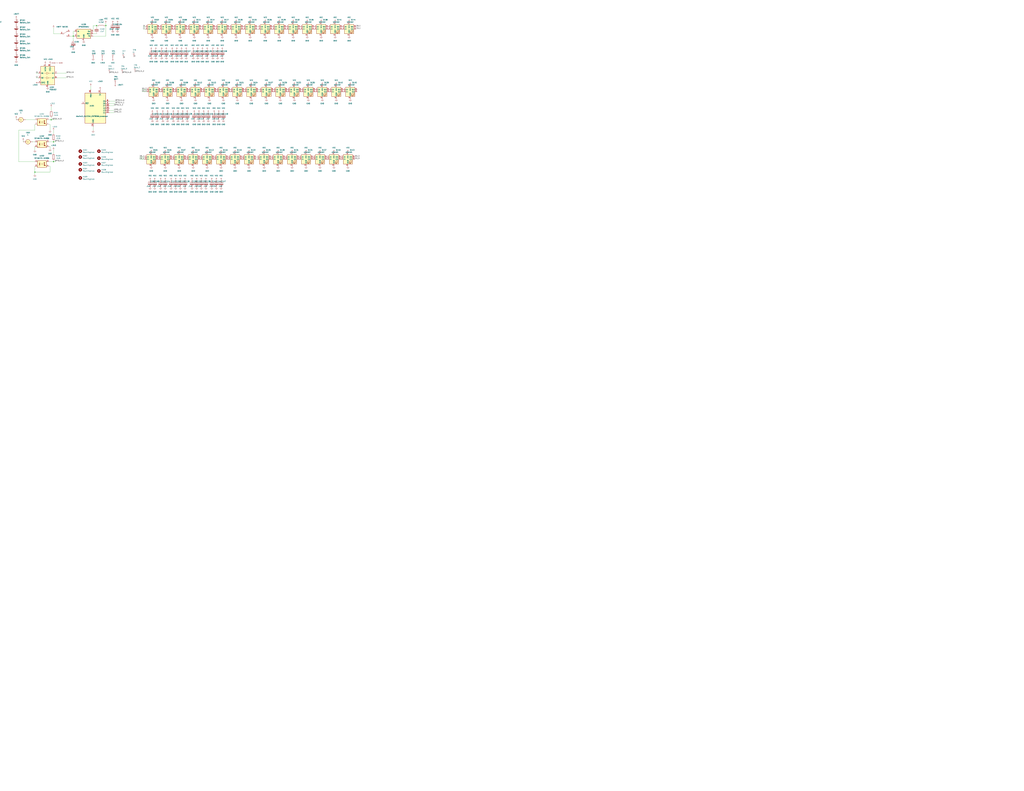
<source format=kicad_sch>
(kicad_sch (version 20211123) (generator eeschema)
  (paper "E")
  (title_block (title "Spinner") (date "2022-08-22") (rev "0"))
  (junction (at 80.01 39.37))
  (junction (at 115.57 27.94))
  (junction (at 38.1 187.96))
  (junction (at 58.42 154.94))
  (junction (at 105.41 27.94))
  (junction (at 58.42 176.53))
  (junction (at 55.88 130.81))
  (wire (pts (xy 58.42 154.94) (xy 60.96 154.94)))
  (wire (pts (xy 105.41 27.94) (xy 105.41 29.21)))
  (wire (pts (xy 55.88 128.27) (xy 55.88 130.81)))
  (wire (pts (xy 25.4 153.67) (xy 25.4 154.94)))
  (wire (pts (xy 80.01 34.29) (xy 81.28 34.29)))
  (wire (pts (xy 58.42 153.67) (xy 58.42 154.94)))
  (wire (pts (xy 99.06 97.79) (xy 99.06 93.98)))
  (wire (pts (xy 101.6 39.37) (xy 115.57 39.37)))
  (wire (pts (xy 114.3 27.94) (xy 115.57 27.94)))
  (wire (pts (xy 38.1 160.02) (xy 38.1 163.83)))
  (wire (pts (xy 54.61 160.02) (xy 54.61 162.56)))
  (wire (pts (xy 101.6 34.29) (xy 101.6 27.94)))
  (wire (pts (xy 39.37 85.09) (xy 41.91 85.09)))
  (wire (pts (xy 81.28 39.37) (xy 80.01 39.37)))
  (wire (pts (xy 101.6 36.83) (xy 105.41 36.83)))
  (wire (pts (xy 279.4 173.99) (xy 280.67 173.99)))
  (wire (pts (xy 72.39 85.09) (xy 62.23 85.09)))
  (wire (pts (xy 115.57 27.94) (xy 115.57 39.37)))
  (wire (pts (xy 62.23 80.01) (xy 72.39 80.01)))
  (wire (pts (xy 152.4 171.45) (xy 157.48 171.45)))
  (wire (pts (xy 54.61 135.89) (xy 54.61 142.24)))
  (wire (pts (xy 119.38 123.19) (xy 124.46 123.19)))
  (wire (pts (xy 17.78 129.54) (xy 17.78 130.81)))
  (wire (pts (xy 27.94 130.81) (xy 38.1 130.81)))
  (wire (pts (xy 20.32 176.53) (xy 38.1 176.53)))
  (wire (pts (xy 53.34 181.61) (xy 54.61 181.61)))
  (wire (pts (xy 58.42 175.26) (xy 58.42 176.53)))
  (wire (pts (xy 156.21 29.21) (xy 158.75 29.21)))
  (wire (pts (xy 80.01 39.37) (xy 80.01 44.45)))
  (wire (pts (xy 119.38 115.57) (xy 124.46 115.57)))
  (wire (pts (xy 39.37 80.01) (xy 41.91 80.01)))
  (wire (pts (xy 119.38 120.65) (xy 124.46 120.65)))
  (wire (pts (xy 80.01 39.37) (xy 80.01 34.29)))
  (wire (pts (xy 154.94 97.79) (xy 160.02 97.79)))
  (wire (pts (xy 58.42 30.48) (xy 58.42 36.83)))
  (wire (pts (xy 76.2 39.37) (xy 80.01 39.37)))
  (wire (pts (xy 53.34 135.89) (xy 54.61 135.89)))
  (wire (pts (xy 55.88 130.81) (xy 60.96 130.81)))
  (wire (pts (xy 281.94 100.33) (xy 283.21 100.33)))
  (wire (pts (xy 101.6 138.43) (xy 101.6 142.24)))
  (wire (pts (xy 53.34 160.02) (xy 54.61 160.02)))
  (wire (pts (xy 53.34 176.53) (xy 58.42 176.53)))
  (wire (pts (xy 279.4 171.45) (xy 280.67 171.45)))
  (wire (pts (xy 105.41 27.94) (xy 106.68 27.94)))
  (wire (pts (xy 53.34 130.81) (xy 55.88 130.81)))
  (wire (pts (xy 152.4 173.99) (xy 157.48 173.99)))
  (wire (pts (xy 54.61 181.61) (xy 54.61 187.96)))
  (wire (pts (xy 38.1 135.89) (xy 38.1 142.24)))
  (wire (pts (xy 58.42 36.83) (xy 66.04 36.83)))
  (wire (pts (xy 53.34 154.94) (xy 58.42 154.94)))
  (wire (pts (xy 58.42 163.83) (xy 58.42 167.64)))
  (wire (pts (xy 119.38 113.03) (xy 125.73 113.03)))
  (wire (pts (xy 119.38 110.49) (xy 125.73 110.49)))
  (wire (pts (xy 281.94 97.79) (xy 283.21 97.79)))
  (wire (pts (xy 156.21 31.75) (xy 158.75 31.75)))
  (wire (pts (xy 54.61 187.96) (xy 38.1 187.96)))
  (wire (pts (xy 55.88 116.84) (xy 55.88 120.65)))
  (wire (pts (xy 58.42 142.24) (xy 58.42 146.05)))
  (wire (pts (xy 38.1 190.5) (xy 38.1 187.96)))
  (wire (pts (xy 20.32 142.24) (xy 38.1 142.24)))
  (wire (pts (xy 35.56 154.94) (xy 38.1 154.94)))
  (wire (pts (xy 115.57 25.4) (xy 115.57 27.94)))
  (wire (pts (xy 154.94 100.33) (xy 160.02 100.33)))
  (wire (pts (xy 58.42 176.53) (xy 60.96 176.53)))
  (wire (pts (xy 280.67 31.75) (xy 281.94 31.75)))
  (wire (pts (xy 101.6 27.94) (xy 105.41 27.94)))
  (wire (pts (xy 20.32 142.24) (xy 20.32 176.53)))
  (wire (pts (xy 280.67 29.21) (xy 281.94 29.21)))
  (wire (pts (xy 38.1 187.96) (xy 38.1 181.61)))
  (label "GPIO_14" (at 72.39 85.09 0))
  (label "OPTO_in_1" (at 59.69 154.94 0))
  (label "CO_3" (at 154.94 100.33 0))
  (label "DI" (at 134.62 63.5 0))
  (label "DI" (at 39.37 80.01 0))
  (label "CO_1" (at 388.62 31.75 0))
  (label "DO_1" (at 152.4 171.45 0))
  (label "DO_1" (at 388.62 29.21 0))
  (label "CO_3" (at 387.35 173.99 0))
  (label "CI" (at 39.37 85.09 0))
  (label "OPTO_in_0" (at 125.73 110.49 0))
  (label "CO_1" (at 152.4 173.99 0))
  (label "GPIO_13" (at 124.46 120.65 0))
  (label "OPTO_in_2" (at 59.69 176.53 0))
  (label "OPTO_in_0" (at 133.35 80.01 0))
  (label "DO_3" (at 387.35 171.45 0))
  (label "GPIO_14" (at 124.46 123.19 0))
  (label "GPIO_13" (at 72.39 80.01 0))
  (label "DI" (at 156.21 29.21 0))
  (label "OPTO_in_1" (at 119.38 80.01 0))
  (label "CI" (at 156.21 31.75 0))
  (label "DO_3" (at 154.94 97.79 0))
  (label "OPTO_in_2" (at 124.46 115.57 0))
  (label "CI" (at 146.05 62.23 0))
  (label "OPTO_in_0" (at 57.15 130.81 0))
  (label "OPTO_in_2" (at 147.32 78.74 0))
  (label "OPTO_in_1" (at 125.73 113.03 0))
  (symbol (lib_id "power:VCC") (at 186.69 196.85 0) (unit 1)
    (property "Reference" "#PWR0163" (effects hide))
    (property "Value" "VCC" (at 186.69 191.77 0))
  )
  (symbol (lib_id "power:GND") (at 236.22 204.47 0) (unit 1)
    (property "Reference" "#PWR0236" (effects hide))
    (property "Value" "GND" (at 236.22 209.55 0))
  )
  (symbol (lib_id "power:VCC") (at 166.37 24.13 0) (unit 1)
    (property "Reference" "#PWR0133" (effects hide))
    (property "Value" "VCC" (at 166.37 19.05 0))
  )
  (symbol (lib_id "power:VCC") (at 182.88 123.19 0) (unit 1)
    (property "Reference" "#PWR0161" (effects hide))
    (property "Value" "VCC" (at 182.88 118.11 0))
  )
  (symbol (lib_id "power:VCC") (at 201.93 196.85 0) (unit 1)
    (property "Reference" "#PWR0187" (effects hide))
    (property "Value" "VCC" (at 201.93 191.77 0))
  )
  (symbol (lib_id "power:GND") (at 182.88 107.95 0) (unit 1)
    (property "Reference" "#PWR0160" (effects hide))
    (property "Value" "GND" (at 182.88 113.03 0))
  )
  (symbol (lib_id "power:VCC") (at 259.08 92.71 0) (unit 1)
    (property "Reference" "#PWR0257" (effects hide))
    (property "Value" "VCC" (at 259.08 87.63 0))
  )
  (symbol (lib_id "power:VCC") (at 181.61 24.13 0) (unit 1)
    (property "Reference" "#PWR0155" (effects hide))
    (property "Value" "VCC" (at 181.61 19.05 0))
  )
  (symbol (lib_id "LED:APA102") (at 243.84 100.33 0) (unit 1)
    (property "Reference" "D118" (at 245.8594 90.17 0) (effects (justify left)))
    (property "Value" "APA102" (at 241.3 92.71 0) (effects (justify left)))
    (property "Footprint" "LED_SMD:LED_RGB_5050-6" (effects hide))
    (property "Datasheet" "http://www.led-color.com/upload/201506/APA102%20LED.pdf" (effects hide))
  )
  (symbol (lib_id "Connector:TestPoint") (at 101.6 63.5 0) (unit 1)
    (property "Reference" "TP1" (at 100.33 55.88 0) (effects (justify left)))
    (property "Value" "GND" (at 100.33 58.42 0) (effects (justify left)))
    (property "Footprint" "TestPoint:TestPoint_Pad_D2.5mm" (effects hide))
  )
  (symbol (lib_id "LED:APA102") (at 228.6 100.33 0) (unit 1)
    (property "Reference" "D115" (at 230.6194 90.17 0) (effects (justify left)))
    (property "Value" "APA102" (at 226.06 92.71 0) (effects (justify left)))
    (property "Footprint" "LED_SMD:LED_RGB_5050-6" (effects hide))
    (property "Datasheet" "http://www.led-color.com/upload/201506/APA102%20LED.pdf" (effects hide))
  )
  (symbol (lib_id "power:GND") (at 198.12 62.23 0) (unit 1)
    (property "Reference" "#PWR0182" (effects hide))
    (property "Value" "GND" (at 198.12 67.31 0))
  )
  (symbol (lib_id "power:GND") (at 321.31 107.95 0) (unit 1)
    (property "Reference" "#PWR0282" (effects hide))
    (property "Value" "GND" (at 321.31 113.03 0))
  )
  (symbol (lib_id "power:GND") (at 181.61 39.37 0) (unit 1)
    (property "Reference" "#PWR0156" (effects hide))
    (property "Value" "GND" (at 181.61 44.45 0))
  )
  (symbol (lib_id "Device:C_Polarized") (at 237.49 58.42 0) (unit 1)
    (property "Reference" "C145" (at 237.49 55.88 0) (effects (justify left)))
    (property "Value" ".1uF" (at 233.68 60.96 0) (effects (justify left)))
    (property "Footprint" "Capacitor_SMD:C_0805_2012Metric_Pad1.18x1.45mm_HandSolder" (effects hide))
  )
  (symbol (lib_id "power:VCC") (at 17.78 129.54 0) (unit 1)
    (property "Reference" "#PWR0103" (effects hide))
    (property "Value" "VCC" (at 17.78 124.46 0))
  )
  (symbol (lib_id "Device:R") (at 58.42 171.45 0) (unit 1)
    (property "Reference" "R103" (at 60.96 170.1799 0) (effects (justify left)))
    (property "Value" "~3.3k" (at 60.96 172.7199 0) (effects (justify left)))
    (property "Footprint" "Resistor_SMD:R_0805_2012Metric_Pad1.20x1.40mm_HandSolder" (effects hide))
  )
  (symbol (lib_id "power:VCC") (at 194.31 123.19 0) (unit 1)
    (property "Reference" "#PWR0173" (effects hide))
    (property "Value" "VCC" (at 194.31 118.11 0))
  )
  (symbol (lib_id "LED:APA102") (at 181.61 31.75 0) (unit 1)
    (property "Reference" "D105" (at 183.6294 21.59 0) (effects (justify left)))
    (property "Value" "APA102" (at 179.07 24.13 0) (effects (justify left)))
    (property "Footprint" "LED_SMD:LED_RGB_5050-6" (effects hide))
    (property "Datasheet" "http://www.led-color.com/upload/201506/APA102%20LED.pdf" (effects hide))
  )
  (symbol (lib_id "power:VCC") (at 171.45 123.19 0) (unit 1)
    (property "Reference" "#PWR0143" (effects hide))
    (property "Value" "VCC" (at 171.45 118.11 0))
  )
  (symbol (lib_id "Device:C_Polarized") (at 186.69 200.66 0) (unit 1)
    (property "Reference" "C117" (at 186.69 198.12 0) (effects (justify left)))
    (property "Value" ".1uF" (at 182.88 203.2 0) (effects (justify left)))
    (property "Footprint" "Capacitor_SMD:C_0805_2012Metric_Pad1.18x1.45mm_HandSolder" (effects hide))
  )
  (symbol (lib_id "Device:C_Polarized") (at 128.27 29.21 0) (unit 1)
    (property "Reference" "C104" (at 128.27 26.67 0) (effects (justify left)))
    (property "Value" "22uF" (at 125.73 31.75 0) (effects (justify left)))
    (property "Footprint" "Capacitor_SMD:C_0805_2012Metric_Pad1.18x1.45mm_HandSolder" (effects hide))
  )
  (symbol (lib_id "Device:C_Polarized") (at 168.91 200.66 0) (unit 1)
    (property "Reference" "C108" (at 168.91 198.12 0) (effects (justify left)))
    (property "Value" ".1uF" (at 166.37 203.2 0) (effects (justify left)))
    (property "Footprint" "Capacitor_SMD:C_0805_2012Metric_Pad1.18x1.45mm_HandSolder" (effects hide))
  )
  (symbol (lib_id "power:VCC") (at 187.96 54.61 0) (unit 1)
    (property "Reference" "#PWR0165" (effects hide))
    (property "Value" "VCC" (at 187.96 49.53 0))
  )
  (symbol (lib_id "LED:APA102") (at 364.49 173.99 0) (unit 1)
    (property "Reference" "D140" (at 366.5094 163.83 0) (effects (justify left)))
    (property "Value" "APA102" (at 361.95 166.37 0) (effects (justify left)))
    (property "Footprint" "LED_SMD:LED_RGB_5050-6" (effects hide))
    (property "Datasheet" "http://www.led-color.com/upload/201506/APA102%20LED.pdf" (effects hide))
  )
  (symbol (lib_id "power:GND") (at 304.8 39.37 0) (unit 1)
    (property "Reference" "#PWR0274" (effects hide))
    (property "Value" "GND" (at 304.8 44.45 0))
  )
  (symbol (lib_id "power:VCC") (at 382.27 92.71 0) (unit 1)
    (property "Reference" "#PWR0305" (effects hide))
    (property "Value" "VCC" (at 382.27 87.63 0))
  )
  (symbol (lib_id "power:GND") (at 123.19 33.02 0) (unit 1)
    (property "Reference" "#PWR0124" (effects hide))
    (property "Value" "GND" (at 123.19 38.1 0))
  )
  (symbol (lib_id "power:GND") (at 54.61 162.56 0) (unit 1)
    (property "Reference" "#PWR0112" (effects hide))
    (property "Value" "GND" (at 54.61 167.64 0))
  )
  (symbol (lib_id "power:VCC") (at 256.54 166.37 0) (unit 1)
    (property "Reference" "#PWR0253" (effects hide))
    (property "Value" "VCC" (at 256.54 161.29 0))
  )
  (symbol (lib_id "power:VCC") (at 318.77 166.37 0) (unit 1)
    (property "Reference" "#PWR0277" (effects hide))
    (property "Value" "VCC" (at 318.77 161.29 0))
  )
  (symbol (lib_id "power:VCC") (at 195.58 166.37 0) (unit 1)
    (property "Reference" "#PWR0175" (effects hide))
    (property "Value" "VCC" (at 195.58 161.29 0))
  )
  (symbol (lib_id "power:VCC") (at 334.01 166.37 0) (unit 1)
    (property "Reference" "#PWR0283" (effects hide))
    (property "Value" "VCC" (at 334.01 161.29 0))
  )
  (symbol (lib_id "LED:APA102") (at 167.64 100.33 0) (unit 1)
    (property "Reference" "D103" (at 169.6594 90.17 0) (effects (justify left)))
    (property "Value" "APA102" (at 165.1 92.71 0) (effects (justify left)))
    (property "Footprint" "LED_SMD:LED_RGB_5050-6" (effects hide))
    (property "Datasheet" "http://www.led-color.com/upload/201506/APA102%20LED.pdf" (effects hide))
  )
  (symbol (lib_id "power:GND") (at 52.07 95.25 0) (unit 1)
    (property "Reference" "#PWR0109" (effects hide))
    (property "Value" "GND" (at 52.07 100.33 0))
  )
  (symbol (lib_id "power:GND") (at 381 39.37 0) (unit 1)
    (property "Reference" "#PWR0304" (effects hide))
    (property "Value" "GND" (at 381 44.45 0))
  )
  (symbol (lib_id "power:VCC") (at 196.85 196.85 0) (unit 1)
    (property "Reference" "#PWR0179" (effects hide))
    (property "Value" "VCC" (at 196.85 191.77 0))
  )
  (symbol (lib_id "power:GND") (at 215.9 62.23 0) (unit 1)
    (property "Reference" "#PWR0208" (effects hide))
    (property "Value" "GND" (at 215.9 67.31 0))
  )
  (symbol (lib_id "power:GND") (at 204.47 130.81 0) (unit 1)
    (property "Reference" "#PWR0192" (effects hide))
    (property "Value" "GND" (at 204.47 135.89 0))
  )
  (symbol (lib_id "power:VCC") (at 165.1 54.61 0) (unit 1)
    (property "Reference" "#PWR0129" (effects hide))
    (property "Value" "VCC" (at 165.1 49.53 0))
  )
  (symbol (lib_id "power:GND") (at 228.6 107.95 0) (unit 1)
    (property "Reference" "#PWR0228" (effects hide))
    (property "Value" "GND" (at 228.6 113.03 0))
  )
  (symbol (lib_id "power:VCC") (at 228.6 92.71 0) (unit 1)
    (property "Reference" "#PWR0227" (effects hide))
    (property "Value" "VCC" (at 228.6 87.63 0))
  )
  (symbol (lib_id "power:GND") (at 256.54 181.61 0) (unit 1)
    (property "Reference" "#PWR0254" (effects hide))
    (property "Value" "GND" (at 256.54 186.69 0))
  )
  (symbol (lib_id "power:VCC") (at 226.06 54.61 0) (unit 1)
    (property "Reference" "#PWR0219" (effects hide))
    (property "Value" "VCC" (at 226.06 49.53 0))
  )
  (symbol (lib_id "LED:APA102") (at 259.08 100.33 0) (unit 1)
    (property "Reference" "D121" (at 261.0994 90.17 0) (effects (justify left)))
    (property "Value" "APA102" (at 256.54 92.71 0) (effects (justify left)))
    (property "Footprint" "LED_SMD:LED_RGB_5050-6" (effects hide))
    (property "Datasheet" "http://www.led-color.com/upload/201506/APA102%20LED.pdf" (effects hide))
  )
  (symbol (lib_id "power:GND") (at 318.77 181.61 0) (unit 1)
    (property "Reference" "#PWR0278" (effects hide))
    (property "Value" "GND" (at 318.77 186.69 0))
  )
  (symbol (lib_id "Mechanical:MountingHole") (at 107.95 172.72 0) (unit 1)
    (property "Reference" "H106" (at 110.49 171.4499 0) (effects (justify left)))
    (property "Value" "MountingHole" (at 110.49 173.9899 0) (effects (justify left)))
    (property "Footprint" "MountingHole:MountingHole_3mm" (effects hide))
  )
  (symbol (lib_id "power:GND") (at 224.79 204.47 0) (unit 1)
    (property "Reference" "#PWR0218" (effects hide))
    (property "Value" "GND" (at 224.79 209.55 0))
  )
  (symbol (lib_id "Device:C_Polarized") (at 217.17 127 0) (unit 1)
    (property "Reference" "C134" (at 217.17 124.46 0) (effects (justify left)))
    (property "Value" ".1uF" (at 214.63 129.54 0) (effects (justify left)))
    (property "Footprint" "Capacitor_SMD:C_0805_2012Metric_Pad1.18x1.45mm_HandSolder" (effects hide))
  )
  (symbol (lib_id "power:GND") (at 196.85 39.37 0) (unit 1)
    (property "Reference" "#PWR0178" (effects hide))
    (property "Value" "GND" (at 196.85 44.45 0))
  )
  (symbol (lib_id "power:GND") (at 191.77 204.47 0) (unit 1)
    (property "Reference" "#PWR0170" (effects hide))
    (property "Value" "GND" (at 191.77 209.55 0))
  )
  (symbol (lib_id "LED:APA102") (at 210.82 173.99 0) (unit 1)
    (property "Reference" "D110" (at 212.8394 163.83 0) (effects (justify left)))
    (property "Value" "APA102" (at 208.28 166.37 0) (effects (justify left)))
    (property "Footprint" "LED_SMD:LED_RGB_5050-6" (effects hide))
    (property "Datasheet" "http://www.led-color.com/upload/201506/APA102%20LED.pdf" (effects hide))
  )
  (symbol (lib_id "Device:C_Polarized") (at 215.9 58.42 0) (unit 1)
    (property "Reference" "C133" (at 215.9 55.88 0) (effects (justify left)))
    (property "Value" ".1uF" (at 213.36 60.96 0) (effects (justify left)))
    (property "Footprint" "Capacitor_SMD:C_0805_2012Metric_Pad1.18x1.45mm_HandSolder" (effects hide))
  )
  (symbol (lib_id "power:VCC") (at 123.19 25.4 0) (unit 1)
    (property "Reference" "#PWR0123" (effects hide))
    (property "Value" "VCC" (at 123.19 20.32 0))
  )
  (symbol (lib_id "power:VCC") (at 224.79 196.85 0) (unit 1)
    (property "Reference" "#PWR0217" (effects hide))
    (property "Value" "VCC" (at 224.79 191.77 0))
  )
  (symbol (lib_id "power:VCC") (at 231.14 196.85 0) (unit 1)
    (property "Reference" "#PWR0229" (effects hide))
    (property "Value" "VCC" (at 231.14 191.77 0))
  )
  (symbol (lib_id "power:GND") (at 227.33 39.37 0) (unit 1)
    (property "Reference" "#PWR0224" (effects hide))
    (property "Value" "GND" (at 227.33 44.45 0))
  )
  (symbol (lib_id "power:VCC") (at 191.77 196.85 0) (unit 1)
    (property "Reference" "#PWR0169" (effects hide))
    (property "Value" "VCC" (at 191.77 191.77 0))
  )
  (symbol (lib_id "power:GND") (at 166.37 130.81 0) (unit 1)
    (property "Reference" "#PWR0136" (effects hide))
    (property "Value" "GND" (at 166.37 135.89 0))
  )
  (symbol (lib_id "power:GND") (at 180.34 204.47 0) (unit 1)
    (property "Reference" "#PWR0154" (effects hide))
    (property "Value" "GND" (at 180.34 209.55 0))
  )
  (symbol (lib_id "MCU_Module:Adafruit_HUZZAH_ESP8266_breakout") (at 104.14 118.11 0) (unit 1)
    (property "Reference" "A101" (at 100.33 115.57 0))
    (property "Value" "Adafruit_HUZZAH_ESP8266_breakout" (at 100.33 127 0))
    (property "Footprint" "Library:huzz_hakz" (effects hide))
    (property "Datasheet" "https://www.adafruit.com/product/2471" (effects hide))
  )
  (symbol (lib_id "power:VCC") (at 215.9 54.61 0) (unit 1)
    (property "Reference" "#PWR0207" (effects hide))
    (property "Value" "VCC" (at 215.9 49.53 0))
  )
  (symbol (lib_id "power:VCC") (at 237.49 54.61 0) (unit 1)
    (property "Reference" "#PWR0237" (effects hide))
    (property "Value" "VCC" (at 237.49 49.53 0))
  )
  (symbol (lib_id "power:VCC") (at 180.34 166.37 0) (unit 1)
    (property "Reference" "#PWR0151" (effects hide))
    (property "Value" "VCC" (at 180.34 161.29 0))
  )
  (symbol (lib_id "Device:R") (at 55.88 124.46 0) (unit 1)
    (property "Reference" "R101" (at 58.42 123.1899 0) (effects (justify left)))
    (property "Value" "~3.3k" (at 58.42 125.7299 0) (effects (justify left)))
    (property "Footprint" "Resistor_SMD:R_0805_2012Metric_Pad1.20x1.40mm_HandSolder" (effects hide))
  )
  (symbol (lib_id "LED:APA102") (at 165.1 173.99 0) (unit 1)
    (property "Reference" "D101" (at 167.1194 163.83 0) (effects (justify left)))
    (property "Value" "APA102" (at 162.56 166.37 0) (effects (justify left)))
    (property "Footprint" "LED_SMD:LED_RGB_5050-6" (effects hide))
    (property "Datasheet" "http://www.led-color.com/upload/201506/APA102%20LED.pdf" (effects hide))
  )
  (symbol (lib_id "Isolator:SFH617A-3X006") (at 45.72 179.07 0) (unit 1)
    (property "Reference" "U103" (at 45.72 170.18 0))
    (property "Value" "SFH617A-3X006" (at 45.72 172.72 0))
    (property "Footprint" "Package_DIP:DIP-4_W10.16mm" (effects hide))
    (property "Datasheet" "http://www.vishay.com/docs/83740/sfh617a.pdf" (effects hide))
  )
  (symbol (lib_id "power:VCC") (at 199.39 123.19 0) (unit 1)
    (property "Reference" "#PWR0185" (effects hide))
    (property "Value" "VCC" (at 199.39 118.11 0))
  )
  (symbol (lib_id "Device:C_Polarized") (at 203.2 58.42 0) (unit 1)
    (property "Reference" "C127" (at 203.2 55.88 0) (effects (justify left)))
    (property "Value" ".1uF" (at 200.66 60.96 0) (effects (justify left)))
    (property "Footprint" "Capacitor_SMD:C_0805_2012Metric_Pad1.18x1.45mm_HandSolder" (effects hide))
  )
  (symbol (lib_id "power:VCC") (at 196.85 24.13 0) (unit 1)
    (property "Reference" "#PWR0177" (effects hide))
    (property "Value" "VCC" (at 196.85 19.05 0))
  )
  (symbol (lib_id "power:VCC") (at 232.41 54.61 0) (unit 1)
    (property "Reference" "#PWR0231" (effects hide))
    (property "Value" "VCC" (at 232.41 49.53 0))
  )
  (symbol (lib_id "power:VCC") (at 163.83 196.85 0) (unit 1)
    (property "Reference" "#PWR0127" (effects hide))
    (property "Value" "VCC" (at 163.83 191.77 0))
  )
  (symbol (lib_id "power:GND") (at 242.57 62.23 0) (unit 1)
    (property "Reference" "#PWR0248" (effects hide))
    (property "Value" "GND" (at 242.57 67.31 0))
  )
  (symbol (lib_id "power:GND") (at 54.61 142.24 0) (unit 1)
    (property "Reference" "#PWR0111" (effects hide))
    (property "Value" "GND" (at 54.61 147.32 0))
  )
  (symbol (lib_id "power:VCC") (at 213.36 92.71 0) (unit 1)
    (property "Reference" "#PWR0203" (effects hide))
    (property "Value" "VCC" (at 213.36 87.63 0))
  )
  (symbol (lib_id "power:VCC") (at 271.78 166.37 0) (unit 1)
    (property "Reference" "#PWR0259" (effects hide))
    (property "Value" "VCC" (at 271.78 161.29 0))
  )
  (symbol (lib_id "power:VCC") (at 212.09 24.13 0) (unit 1)
    (property "Reference" "#PWR0199" (effects hide))
    (property "Value" "VCC" (at 212.09 19.05 0))
  )
  (symbol (lib_id "LED:APA102") (at 349.25 173.99 0) (unit 1)
    (property "Reference" "D137" (at 351.2694 163.83 0) (effects (justify left)))
    (property "Value" "APA102" (at 346.71 166.37 0) (effects (justify left)))
    (property "Footprint" "LED_SMD:LED_RGB_5050-6" (effects hide))
    (property "Datasheet" "http://www.led-color.com/upload/201506/APA102%20LED.pdf" (effects hide))
  )
  (symbol (lib_id "power:GND") (at 273.05 39.37 0) (unit 1)
    (property "Reference" "#PWR0262" (effects hide))
    (property "Value" "GND" (at 273.05 44.45 0))
  )
  (symbol (lib_id "power:+3V3") (at 55.88 116.84 0) (unit 1)
    (property "Reference" "#PWR0115" (effects hide))
    (property "Value" "+3V3" (at 57.15 113.03 0))
  )
  (symbol (lib_id "LED:APA102") (at 290.83 100.33 0) (unit 1)
    (property "Reference" "D127" (at 292.8494 90.17 0) (effects (justify left)))
    (property "Value" "APA102" (at 288.29 92.71 0) (effects (justify left)))
    (property "Footprint" "LED_SMD:LED_RGB_5050-6" (effects hide))
    (property "Datasheet" "http://www.led-color.com/upload/201506/APA102%20LED.pdf" (effects hide))
  )
  (symbol (lib_id "power:GND") (at 226.06 181.61 0) (unit 1)
    (property "Reference" "#PWR0222" (effects hide))
    (property "Value" "GND" (at 226.06 186.69 0))
  )
  (symbol (lib_id "power:VCC") (at 181.61 54.61 0) (unit 1)
    (property "Reference" "#PWR0157" (effects hide))
    (property "Value" "VCC" (at 181.61 49.53 0))
  )
  (symbol (lib_id "power:GND") (at 201.93 204.47 0) (unit 1)
    (property "Reference" "#PWR0188" (effects hide))
    (property "Value" "GND" (at 201.93 209.55 0))
  )
  (symbol (lib_id "Device:C_Polarized") (at 175.26 200.66 0) (unit 1)
    (property "Reference" "C111" (at 175.26 198.12 0) (effects (justify left)))
    (property "Value" ".1uF" (at 171.45 203.2 0) (effects (justify left)))
    (property "Footprint" "Capacitor_SMD:C_0805_2012Metric_Pad1.18x1.45mm_HandSolder" (effects hide))
  )
  (symbol (lib_id "LED:APA102") (at 213.36 100.33 0) (unit 1)
    (property "Reference" "D112" (at 215.3794 90.17 0) (effects (justify left)))
    (property "Value" "APA102" (at 210.82 92.71 0) (effects (justify left)))
    (property "Footprint" "LED_SMD:LED_RGB_5050-6" (effects hide))
    (property "Datasheet" "http://www.led-color.com/upload/201506/APA102%20LED.pdf" (effects hide))
  )
  (symbol (lib_id "LED:APA102") (at 379.73 173.99 0) (unit 1)
    (property "Reference" "D143" (at 381.7494 163.83 0) (effects (justify left)))
    (property "Value" "APA102" (at 377.19 166.37 0) (effects (justify left)))
    (property "Footprint" "LED_SMD:LED_RGB_5050-6" (effects hide))
    (property "Datasheet" "http://www.led-color.com/upload/201506/APA102%20LED.pdf" (effects hide))
  )
  (symbol (lib_id "power:GND") (at 306.07 107.95 0) (unit 1)
    (property "Reference" "#PWR0276" (effects hide))
    (property "Value" "GND" (at 306.07 113.03 0))
  )
  (symbol (lib_id "power:GND") (at 241.3 204.47 0) (unit 1)
    (property "Reference" "#PWR0244" (effects hide))
    (property "Value" "GND" (at 241.3 209.55 0))
  )
  (symbol (lib_id "Connector:TestPoint") (at 119.38 80.01 0) (unit 1)
    (property "Reference" "TP3" (at 118.11 72.39 0) (effects (justify left)))
    (property "Value" "Opto_1" (at 118.11 74.93 0) (effects (justify left)))
    (property "Footprint" "TestPoint:TestPoint_Pad_D2.5mm" (effects hide))
  )
  (symbol (lib_id "power:VCC") (at 220.98 54.61 0) (unit 1)
    (property "Reference" "#PWR0213" (effects hide))
    (property "Value" "VCC" (at 220.98 49.53 0))
  )
  (symbol (lib_id "power:VCC") (at 242.57 54.61 0) (unit 1)
    (property "Reference" "#PWR0247" (effects hide))
    (property "Value" "VCC" (at 242.57 49.53 0))
  )
  (symbol (lib_id "Device:C_Polarized") (at 182.88 127 0) (unit 1)
    (property "Reference" "C116" (at 182.88 124.46 0) (effects (justify left)))
    (property "Value" ".1uF" (at 180.34 129.54 0) (effects (justify left)))
    (property "Footprint" "Capacitor_SMD:C_0805_2012Metric_Pad1.18x1.45mm_HandSolder" (effects hide))
  )
  (symbol (lib_id "LED:APA102") (at 274.32 100.33 0) (unit 1)
    (property "Reference" "D124" (at 276.3394 90.17 0) (effects (justify left)))
    (property "Value" "APA102" (at 271.78 92.71 0) (effects (justify left)))
    (property "Footprint" "LED_SMD:LED_RGB_5050-6" (effects hide))
    (property "Datasheet" "http://www.led-color.com/upload/201506/APA102%20LED.pdf" (effects hide))
  )
  (symbol (lib_id "power:VCC") (at 241.3 166.37 0) (unit 1)
    (property "Reference" "#PWR0241" (effects hide))
    (property "Value" "VCC" (at 241.3 161.29 0))
  )
  (symbol (lib_id "LED:APA102") (at 321.31 100.33 0) (unit 1)
    (property "Reference" "D133" (at 323.3294 90.17 0) (effects (justify left)))
    (property "Value" "APA102" (at 318.77 92.71 0) (effects (justify left)))
    (property "Footprint" "LED_SMD:LED_RGB_5050-6" (effects hide))
    (property "Datasheet" "http://www.led-color.com/upload/201506/APA102%20LED.pdf" (effects hide))
  )
  (symbol (lib_id "power:GND") (at 226.06 62.23 0) (unit 1)
    (property "Reference" "#PWR0220" (effects hide))
    (property "Value" "GND" (at 226.06 67.31 0))
  )
  (symbol (lib_id "power:GND") (at 101.6 63.5 0) (unit 1)
    (property "Reference" "#PWR01" (effects hide))
    (property "Value" "GND" (at 101.6 68.58 0))
  )
  (symbol (lib_id "Device:C_Polarized") (at 222.25 127 0) (unit 1)
    (property "Reference" "C137" (at 222.25 124.46 0) (effects (justify left)))
    (property "Value" ".1uF" (at 218.44 129.54 0) (effects (justify left)))
    (property "Footprint" "Capacitor_SMD:C_0805_2012Metric_Pad1.18x1.45mm_HandSolder" (effects hide))
  )
  (symbol (lib_name "SFH617A-3X006_1") (lib_id "Isolator:SFH617A-3X006") (at 45.72 133.35 0) (unit 1)
    (property "Reference" "U101" (at 45.72 124.46 0))
    (property "Value" "SFH617A-3X006" (at 45.72 127 0))
    (property "Footprint" "Package_DIP:DIP-4_W10.16mm" (effects hide))
    (property "Datasheet" "http://www.vishay.com/docs/83740/sfh617a.pdf" (effects hide))
  )
  (symbol (lib_id "power:GND") (at 182.88 130.81 0) (unit 1)
    (property "Reference" "#PWR0162" (effects hide))
    (property "Value" "GND" (at 182.88 135.89 0))
  )
  (symbol (lib_id "power:GND") (at 289.56 39.37 0) (unit 1)
    (property "Reference" "#PWR0268" (effects hide))
    (property "Value" "GND" (at 289.56 44.45 0))
  )
  (symbol (lib_id "power:VCC") (at 306.07 92.71 0) (unit 1)
    (property "Reference" "#PWR0275" (effects hide))
    (property "Value" "VCC" (at 306.07 87.63 0))
  )
  (symbol (lib_id "power:VCC") (at 222.25 123.19 0) (unit 1)
    (property "Reference" "#PWR0215" (effects hide))
    (property "Value" "VCC" (at 222.25 118.11 0))
  )
  (symbol (lib_id "LED:APA102") (at 273.05 31.75 0) (unit 1)
    (property "Reference" "D123" (at 275.0694 21.59 0) (effects (justify left)))
    (property "Value" "APA102" (at 270.51 24.13 0) (effects (justify left)))
    (property "Footprint" "LED_SMD:LED_RGB_5050-6" (effects hide))
    (property "Datasheet" "http://www.led-color.com/upload/201506/APA102%20LED.pdf" (effects hide))
  )
  (symbol (lib_id "power:VCC") (at 243.84 92.71 0) (unit 1)
    (property "Reference" "#PWR0249" (effects hide))
    (property "Value" "VCC" (at 243.84 87.63 0))
  )
  (symbol (lib_id "LED:APA102") (at 289.56 31.75 0) (unit 1)
    (property "Reference" "D126" (at 291.5794 21.59 0) (effects (justify left)))
    (property "Value" "APA102" (at 287.02 24.13 0) (effects (justify left)))
    (property "Footprint" "LED_SMD:LED_RGB_5050-6" (effects hide))
    (property "Datasheet" "http://www.led-color.com/upload/201506/APA102%20LED.pdf" (effects hide))
  )
  (symbol (lib_id "LED:APA102") (at 257.81 31.75 0) (unit 1)
    (property "Reference" "D120" (at 259.8294 21.59 0) (effects (justify left)))
    (property "Value" "APA102" (at 255.27 24.13 0) (effects (justify left)))
    (property "Footprint" "LED_SMD:LED_RGB_5050-6" (effects hide))
    (property "Datasheet" "http://www.led-color.com/upload/201506/APA102%20LED.pdf" (effects hide))
  )
  (symbol (lib_id "Device:C_Polarized") (at 123.19 29.21 0) (unit 1)
    (property "Reference" "C103" (at 123.19 26.67 0) (effects (justify left)))
    (property "Value" "22uF" (at 119.38 31.75 0) (effects (justify left)))
    (property "Footprint" "Capacitor_SMD:C_0805_2012Metric_Pad1.18x1.45mm_HandSolder" (effects hide))
  )
  (symbol (lib_id "power:GND") (at 336.55 107.95 0) (unit 1)
    (property "Reference" "#PWR0288" (effects hide))
    (property "Value" "GND" (at 336.55 113.03 0))
  )
  (symbol (lib_id "power:GND") (at 168.91 204.47 0) (unit 1)
    (property "Reference" "#PWR0140" (effects hide))
    (property "Value" "GND" (at 168.91 209.55 0))
  )
  (symbol (lib_id "power:GND") (at 367.03 107.95 0) (unit 1)
    (property "Reference" "#PWR0300" (effects hide))
    (property "Value" "GND" (at 367.03 113.03 0))
  )
  (symbol (lib_id "LED:APA102") (at 226.06 173.99 0) (unit 1)
    (property "Reference" "D113" (at 228.0794 163.83 0) (effects (justify left)))
    (property "Value" "APA102" (at 223.52 166.37 0) (effects (justify left)))
    (property "Footprint" "LED_SMD:LED_RGB_5050-6" (effects hide))
    (property "Datasheet" "http://www.led-color.com/upload/201506/APA102%20LED.pdf" (effects hide))
  )
  (symbol (lib_id "power:VCC") (at 257.81 24.13 0) (unit 1)
    (property "Reference" "#PWR0255" (effects hide))
    (property "Value" "VCC" (at 257.81 19.05 0))
  )
  (symbol (lib_id "Device:C_Polarized") (at 210.82 58.42 0) (unit 1)
    (property "Reference" "C130" (at 210.82 55.88 0) (effects (justify left)))
    (property "Value" ".1uF" (at 207.01 60.96 0) (effects (justify left)))
    (property "Footprint" "Capacitor_SMD:C_0805_2012Metric_Pad1.18x1.45mm_HandSolder" (effects hide))
  )
  (symbol (lib_id "Device:C_Polarized") (at 163.83 200.66 0) (unit 1)
    (property "Reference" "C105" (at 163.83 198.12 0) (effects (justify left)))
    (property "Value" ".1uF" (at 160.02 203.2 0) (effects (justify left)))
    (property "Footprint" "Capacitor_SMD:C_0805_2012Metric_Pad1.18x1.45mm_HandSolder" (effects hide))
  )
  (symbol (lib_id "power:GND") (at 196.85 204.47 0) (unit 1)
    (property "Reference" "#PWR0180" (effects hide))
    (property "Value" "GND" (at 196.85 209.55 0))
  )
  (symbol (lib_id "Device:C_Polarized") (at 220.98 58.42 0) (unit 1)
    (property "Reference" "C136" (at 220.98 55.88 0) (effects (justify left)))
    (property "Value" ".1uF" (at 217.17 60.96 0) (effects (justify left)))
    (property "Footprint" "Capacitor_SMD:C_0805_2012Metric_Pad1.18x1.45mm_HandSolder" (effects hide))
  )
  (symbol (lib_id "power:GND") (at 290.83 107.95 0) (unit 1)
    (property "Reference" "#PWR0270" (effects hide))
    (property "Value" "GND" (at 290.83 113.03 0))
  )
  (symbol (lib_id "Device:Battery_Cell") (at 17.78 25.4 0) (unit 1)
    (property "Reference" "BT101" (at 21.59 22.0979 0) (effects (justify left)))
    (property "Value" "Battery_Cell" (at 21.59 24.6379 0) (effects (justify left)))
    (property "Footprint" "Library:Spinner_BatteryHolder_Keystone_2460_1xAA" (effects hide))
  )
  (symbol (lib_id "power:+3V3") (at 58.42 163.83 0) (unit 1)
    (property "Reference" "#PWR0116" (effects hide))
    (property "Value" "+3V3" (at 58.42 158.75 0))
  )
  (symbol (lib_id "power:GND") (at 242.57 39.37 0) (unit 1)
    (property "Reference" "#PWR0246" (effects hide))
    (property "Value" "GND" (at 242.57 44.45 0))
  )
  (symbol (lib_id "hakz:RS0102") (at 52.07 82.55 0) (unit 1)
    (property "Reference" "U104" (at 54.0894 95.25 0) (effects (justify left)))
    (property "Value" "RS0102" (at 54.0894 97.79 0) (effects (justify left)))
    (property "Footprint" "Package_SO:MSOP-8_3x3mm_P0.65mm" (effects hide))
    (property "Datasheet" "https://en.run-ic.com/en/upload/web/uploads/file/20211109/7pJ2911TSjo3e31h6x4H6x00IGLk6n7c.pdf" (effects hide))
  )
  (symbol (lib_id "power:VCC") (at 214.63 196.85 0) (unit 1)
    (property "Reference" "#PWR0205" (effects hide))
    (property "Value" "VCC" (at 214.63 191.77 0))
  )
  (symbol (lib_id "LED:APA102") (at 382.27 100.33 0) (unit 1)
    (property "Reference" "D145" (at 384.2894 90.17 0) (effects (justify left)))
    (property "Value" "APA102" (at 379.73 92.71 0) (effects (justify left)))
    (property "Footprint" "LED_SMD:LED_RGB_5050-6" (effects hide))
    (property "Datasheet" "http://www.led-color.com/upload/201506/APA102%20LED.pdf" (effects hide))
  )
  (symbol (lib_id "Device:C_Polarized") (at 243.84 127 0) (unit 1)
    (property "Reference" "C149" (at 243.84 124.46 0) (effects (justify left)))
    (property "Value" ".1uF" (at 241.3 129.54 0) (effects (justify left)))
    (property "Footprint" "Capacitor_SMD:C_0805_2012Metric_Pad1.18x1.45mm_HandSolder" (effects hide))
  )
  (symbol (lib_id "Device:C_Polarized") (at 196.85 200.66 0) (unit 1)
    (property "Reference" "C123" (at 196.85 198.12 0) (effects (justify left)))
    (property "Value" ".1uF" (at 193.04 203.2 0) (effects (justify left)))
    (property "Footprint" "Capacitor_SMD:C_0805_2012Metric_Pad1.18x1.45mm_HandSolder" (effects hide))
  )
  (symbol (lib_id "Device:C_Polarized") (at 231.14 200.66 0) (unit 1)
    (property "Reference" "C141" (at 231.14 198.12 0) (effects (justify left)))
    (property "Value" ".1uF" (at 228.6 203.2 0) (effects (justify left)))
    (property "Footprint" "Capacitor_SMD:C_0805_2012Metric_Pad1.18x1.45mm_HandSolder" (effects hide))
  )
  (symbol (lib_id "power:VCC") (at 238.76 123.19 0) (unit 1)
    (property "Reference" "#PWR0239" (effects hide))
    (property "Value" "VCC" (at 238.76 118.11 0))
  )
  (symbol (lib_id "power:+BATT") (at 17.78 20.32 0) (unit 1)
    (property "Reference" "#PWR0101" (effects hide))
    (property "Value" "+BATT" (at 17.78 15.24 0))
  )
  (symbol (lib_id "power:GND") (at 365.76 39.37 0) (unit 1)
    (property "Reference" "#PWR0298" (effects hide))
    (property "Value" "GND" (at 365.76 44.45 0))
  )
  (symbol (lib_id "power:VCC") (at 349.25 166.37 0) (unit 1)
    (property "Reference" "#PWR0289" (effects hide))
    (property "Value" "VCC" (at 349.25 161.29 0))
  )
  (symbol (lib_id "power:GND") (at 233.68 130.81 0) (unit 1)
    (property "Reference" "#PWR0234" (effects hide))
    (property "Value" "GND" (at 233.68 135.89 0))
  )
  (symbol (lib_id "power:GND") (at 379.73 181.61 0) (unit 1)
    (property "Reference" "#PWR0302" (effects hide))
    (property "Value" "GND" (at 379.73 186.69 0))
  )
  (symbol (lib_id "power:GND") (at 170.18 62.23 0) (unit 1)
    (property "Reference" "#PWR0142" (effects hide))
    (property "Value" "GND" (at 170.18 67.31 0))
  )
  (symbol (lib_id "power:GND") (at 80.01 52.07 0) (unit 1)
    (property "Reference" "#PWR0117" (effects hide))
    (property "Value" "GND" (at 80.01 57.15 0))
  )
  (symbol (lib_id "power:GND") (at 171.45 130.81 0) (unit 1)
    (property "Reference" "#PWR0144" (effects hide))
    (property "Value" "GND" (at 171.45 135.89 0))
  )
  (symbol (lib_id "LED:APA102") (at 198.12 100.33 0) (unit 1)
    (property "Reference" "D109" (at 200.1394 90.17 0) (effects (justify left)))
    (property "Value" "APA102" (at 195.58 92.71 0) (effects (justify left)))
    (property "Footprint" "LED_SMD:LED_RGB_5050-6" (effects hide))
    (property "Datasheet" "http://www.led-color.com/upload/201506/APA102%20LED.pdf" (effects hide))
  )
  (symbol (lib_id "Connector:TestPoint") (at 125.73 91.44 0) (unit 1)
    (property "Reference" "TP5" (at 124.46 83.82 0) (effects (justify left)))
    (property "Value" "BATT" (at 124.46 86.36 0) (effects (justify left)))
    (property "Footprint" "TestPoint:TestPoint_Pad_D2.5mm" (effects hide))
  )
  (symbol (lib_id "power:GND") (at 288.29 181.61 0) (unit 1)
    (property "Reference" "#PWR0266" (effects hide))
    (property "Value" "GND" (at 288.29 186.69 0))
  )
  (symbol (lib_id "LED:APA102") (at 241.3 173.99 0) (unit 1)
    (property "Reference" "D116" (at 243.3194 163.83 0) (effects (justify left)))
    (property "Value" "APA102" (at 238.76 166.37 0) (effects (justify left)))
    (property "Footprint" "LED_SMD:LED_RGB_5050-6" (effects hide))
    (property "Datasheet" "http://www.led-color.com/upload/201506/APA102%20LED.pdf" (effects hide))
  )
  (symbol (lib_id "power:VCC") (at 290.83 92.71 0) (unit 1)
    (property "Reference" "#PWR0269" (effects hide))
    (property "Value" "VCC" (at 290.83 87.63 0))
  )
  (symbol (lib_id "power:VCC") (at 170.18 54.61 0) (unit 1)
    (property "Reference" "#PWR0141" (effects hide))
    (property "Value" "VCC" (at 170.18 49.53 0))
  )
  (symbol (lib_id "power:VCC") (at 243.84 123.19 0) (unit 1)
    (property "Reference" "#PWR0251" (effects hide))
    (property "Value" "VCC" (at 243.84 118.11 0))
  )
  (symbol (lib_id "Device:Battery_Cell") (at 17.78 48.26 0) (unit 1)
    (property "Reference" "BT104" (at 21.59 44.9579 0) (effects (justify left)))
    (property "Value" "Battery_Cell" (at 21.59 47.4979 0) (effects (justify left)))
    (property "Footprint" "Library:Spinner_BatteryHolder_Keystone_2460_1xAA" (effects hide))
  )
  (symbol (lib_id "power:GND") (at 17.78 66.04 0) (unit 1)
    (property "Reference" "#PWR0102" (effects hide))
    (property "Value" "GND" (at 17.78 71.12 0))
  )
  (symbol (lib_id "power:GND") (at 101.6 142.24 0) (unit 1)
    (property "Reference" "#PWR0120" (effects hide))
    (property "Value" "GND" (at 101.6 147.32 0))
  )
  (symbol (lib_id "power:GND") (at 180.34 181.61 0) (unit 1)
    (property "Reference" "#PWR0152" (effects hide))
    (property "Value" "GND" (at 180.34 186.69 0))
  )
  (symbol (lib_id "power:GND") (at 166.37 39.37 0) (unit 1)
    (property "Reference" "#PWR0134" (effects hide))
    (property "Value" "GND" (at 166.37 44.45 0))
  )
  (symbol (lib_id "power:VCC") (at 219.71 196.85 0) (unit 1)
    (property "Reference" "#PWR0211" (effects hide))
    (property "Value" "VCC" (at 219.71 191.77 0))
  )
  (symbol (lib_id "LED:APA102") (at 227.33 31.75 0) (unit 1)
    (property "Reference" "D114" (at 229.3494 21.59 0) (effects (justify left)))
    (property "Value" "APA102" (at 224.79 24.13 0) (effects (justify left)))
    (property "Footprint" "LED_SMD:LED_RGB_5050-6" (effects hide))
    (property "Datasheet" "http://www.led-color.com/upload/201506/APA102%20LED.pdf" (effects hide))
  )
  (symbol (lib_id "power:GND") (at 364.49 181.61 0) (unit 1)
    (property "Reference" "#PWR0296" (effects hide))
    (property "Value" "GND" (at 364.49 186.69 0))
  )
  (symbol (lib_id "LED:APA102") (at 318.77 173.99 0) (unit 1)
    (property "Reference" "D131" (at 320.7894 163.83 0) (effects (justify left)))
    (property "Value" "APA102" (at 316.23 166.37 0) (effects (justify left)))
    (property "Footprint" "LED_SMD:LED_RGB_5050-6" (effects hide))
    (property "Datasheet" "http://www.led-color.com/upload/201506/APA102%20LED.pdf" (effects hide))
  )
  (symbol (lib_id "power:VCC") (at 182.88 92.71 0) (unit 1)
    (property "Reference" "#PWR0159" (effects hide))
    (property "Value" "VCC" (at 182.88 87.63 0))
  )
  (symbol (lib_id "LED:APA102") (at 242.57 31.75 0) (unit 1)
    (property "Reference" "D117" (at 244.5894 21.59 0) (effects (justify left)))
    (property "Value" "APA102" (at 240.03 24.13 0) (effects (justify left)))
    (property "Footprint" "LED_SMD:LED_RGB_5050-6" (effects hide))
    (property "Datasheet" "http://www.led-color.com/upload/201506/APA102%20LED.pdf" (effects hide))
  )
  (symbol (lib_id "power:VCC") (at 233.68 123.19 0) (unit 1)
    (property "Reference" "#PWR0233" (effects hide))
    (property "Value" "VCC" (at 233.68 118.11 0))
  )
  (symbol (lib_id "Switch:SW_SPDT") (at 71.12 36.83 0) (unit 1)
    (property "Reference" "SW101" (at 71.12 29.21 0))
    (property "Value" "SW_SPDT" (at -2.54 24.13 0))
    (property "Footprint" "Button_Switch_SMD:SW_SPDT_CK-JS102011SAQN" (effects hide))
  )
  (symbol (lib_id "Mechanical:MountingHole") (at 107.95 165.1 0) (unit 1)
    (property "Reference" "H105" (at 110.49 163.8299 0) (effects (justify left)))
    (property "Value" "MountingHole" (at 110.49 166.3699 0) (effects (justify left)))
    (property "Footprint" "MountingHole:MountingHole_3mm" (effects hide))
  )
  (symbol (lib_id "LED:APA102") (at 336.55 100.33 0) (unit 1)
    (property "Reference" "D136" (at 338.5694 90.17 0) (effects (justify left)))
    (property "Value" "APA102" (at 334.01 92.71 0) (effects (justify left)))
    (property "Footprint" "LED_SMD:LED_RGB_5050-6" (effects hide))
    (property "Datasheet" "http://www.led-color.com/upload/201506/APA102%20LED.pdf" (effects hide))
  )
  (symbol (lib_id "Device:C_Polarized") (at 242.57 58.42 0) (unit 1)
    (property "Reference" "C148" (at 242.57 55.88 0) (effects (justify left)))
    (property "Value" ".1uF" (at 240.03 60.96 0) (effects (justify left)))
    (property "Footprint" "Capacitor_SMD:C_0805_2012Metric_Pad1.18x1.45mm_HandSolder" (effects hide))
  )
  (symbol (lib_id "power:VCC") (at 128.27 25.4 0) (unit 1)
    (property "Reference" "#PWR0125" (effects hide))
    (property "Value" "VCC" (at 128.27 20.32 0))
  )
  (symbol (lib_id "power:GND") (at 237.49 62.23 0) (unit 1)
    (property "Reference" "#PWR0238" (effects hide))
    (property "Value" "GND" (at 237.49 67.31 0))
  )
  (symbol (lib_name "SFH617A-3X006_2") (lib_id "Isolator:SFH617A-3X006") (at 45.72 157.48 0) (unit 1)
    (property "Reference" "U102" (at 45.72 148.59 0))
    (property "Value" "SFH617A-3X006" (at 45.72 151.13 0))
    (property "Footprint" "Package_DIP:DIP-4_W10.16mm" (effects hide))
    (property "Datasheet" "http://www.vishay.com/docs/83740/sfh617a.pdf" (effects hide))
  )
  (symbol (lib_id "power:VCC") (at 226.06 166.37 0) (unit 1)
    (property "Reference" "#PWR0221" (effects hide))
    (property "Value" "VCC" (at 226.06 161.29 0))
  )
  (symbol (lib_id "LED:APA102") (at 335.28 31.75 0) (unit 1)
    (property "Reference" "D135" (at 337.2994 21.59 0) (effects (justify left)))
    (property "Value" "APA102" (at 332.74 24.13 0) (effects (justify left)))
    (property "Footprint" "LED_SMD:LED_RGB_5050-6" (effects hide))
    (property "Datasheet" "http://www.led-color.com/upload/201506/APA102%20LED.pdf" (effects hide))
  )
  (symbol (lib_id "Device:C_Polarized") (at 241.3 200.66 0) (unit 1)
    (property "Reference" "C147" (at 241.3 198.12 0) (effects (justify left)))
    (property "Value" ".1uF" (at 238.76 203.2 0) (effects (justify left)))
    (property "Footprint" "Capacitor_SMD:C_0805_2012Metric_Pad1.18x1.45mm_HandSolder" (effects hide))
  )
  (symbol (lib_id "power:GND") (at 259.08 107.95 0) (unit 1)
    (property "Reference" "#PWR0258" (effects hide))
    (property "Value" "GND" (at 259.08 113.03 0))
  )
  (symbol (lib_id "power:GND") (at 91.44 44.45 0) (unit 1)
    (property "Reference" "#PWR0118" (effects hide))
    (property "Value" "GND" (at 91.44 49.53 0))
  )
  (symbol (lib_id "Device:C_Polarized") (at 214.63 200.66 0) (unit 1)
    (property "Reference" "C132" (at 214.63 198.12 0) (effects (justify left)))
    (property "Value" ".1uF" (at 212.09 203.2 0) (effects (justify left)))
    (property "Footprint" "Capacitor_SMD:C_0805_2012Metric_Pad1.18x1.45mm_HandSolder" (effects hide))
  )
  (symbol (lib_id "power:VCC") (at 217.17 123.19 0) (unit 1)
    (property "Reference" "#PWR0209" (effects hide))
    (property "Value" "VCC" (at 217.17 118.11 0))
  )
  (symbol (lib_id "power:VCC") (at 189.23 123.19 0) (unit 1)
    (property "Reference" "#PWR0167" (effects hide))
    (property "Value" "VCC" (at 189.23 118.11 0))
  )
  (symbol (lib_id "Connector:TestPoint") (at 147.32 78.74 0) (unit 1)
    (property "Reference" "TP9" (at 146.05 71.12 0) (effects (justify left)))
    (property "Value" "Opto_2" (at 146.05 73.66 0) (effects (justify left)))
    (property "Footprint" "TestPoint:TestPoint_Pad_D2.5mm" (effects hide))
  )
  (symbol (lib_id "power:VCC") (at 381 24.13 0) (unit 1)
    (property "Reference" "#PWR0303" (effects hide))
    (property "Value" "VCC" (at 381 19.05 0))
  )
  (symbol (lib_id "power:VCC") (at 274.32 92.71 0) (unit 1)
    (property "Reference" "#PWR0263" (effects hide))
    (property "Value" "VCC" (at 274.32 87.63 0))
  )
  (symbol (lib_id "power:VCC") (at 167.64 92.71 0) (unit 1)
    (property "Reference" "#PWR0137" (effects hide))
    (property "Value" "VCC" (at 167.64 87.63 0))
  )
  (symbol (lib_id "Device:C_Polarized") (at 181.61 58.42 0) (unit 1)
    (property "Reference" "C115" (at 181.61 55.88 0) (effects (justify left)))
    (property "Value" ".1uF" (at 179.07 60.96 0) (effects (justify left)))
    (property "Footprint" "Capacitor_SMD:C_0805_2012Metric_Pad1.18x1.45mm_HandSolder" (effects hide))
  )
  (symbol (lib_id "power:GND") (at 186.69 204.47 0) (unit 1)
    (property "Reference" "#PWR0164" (effects hide))
    (property "Value" "GND" (at 186.69 209.55 0))
  )
  (symbol (lib_id "power:GND") (at 222.25 130.81 0) (unit 1)
    (property "Reference" "#PWR0216" (effects hide))
    (property "Value" "GND" (at 222.25 135.89 0))
  )
  (symbol (lib_id "power:GND") (at 243.84 130.81 0) (unit 1)
    (property "Reference" "#PWR0252" (effects hide))
    (property "Value" "GND" (at 243.84 135.89 0))
  )
  (symbol (lib_id "power:VCC") (at 177.8 123.19 0) (unit 1)
    (property "Reference" "#PWR0149" (effects hide))
    (property "Value" "VCC" (at 177.8 118.11 0))
  )
  (symbol (lib_id "power:VCC") (at 203.2 54.61 0) (unit 1)
    (property "Reference" "#PWR0189" (effects hide))
    (property "Value" "VCC" (at 203.2 49.53 0))
  )
  (symbol (lib_id "Mechanical:MountingHole") (at 87.63 185.42 0) (unit 1)
    (property "Reference" "H104" (at 90.17 184.1499 0) (effects (justify left)))
    (property "Value" "MountingHole" (at 90.17 186.6899 0) (effects (justify left)))
    (property "Footprint" "MountingHole:MountingHole_3mm" (effects hide))
  )
  (symbol (lib_id "power:GND") (at 176.53 62.23 0) (unit 1)
    (property "Reference" "#PWR0148" (effects hide))
    (property "Value" "GND" (at 176.53 67.31 0))
  )
  (symbol (lib_id "Device:C_Polarized") (at 187.96 58.42 0) (unit 1)
    (property "Reference" "C118" (at 187.96 55.88 0) (effects (justify left)))
    (property "Value" ".1uF" (at 184.15 60.96 0) (effects (justify left)))
    (property "Footprint" "Capacitor_SMD:C_0805_2012Metric_Pad1.18x1.45mm_HandSolder" (effects hide))
  )
  (symbol (lib_id "LED:APA102") (at 212.09 31.75 0) (unit 1)
    (property "Reference" "D111" (at 214.1094 21.59 0) (effects (justify left)))
    (property "Value" "APA102" (at 209.55 24.13 0) (effects (justify left)))
    (property "Footprint" "LED_SMD:LED_RGB_5050-6" (effects hide))
    (property "Datasheet" "http://www.led-color.com/upload/201506/APA102%20LED.pdf" (effects hide))
  )
  (symbol (lib_id "Connector:TestPoint") (at 134.62 63.5 0) (unit 1)
    (property "Reference" "TP7" (at 133.35 55.88 0) (effects (justify left)))
    (property "Value" "DI" (at 133.35 58.42 0) (effects (justify left)))
    (property "Footprint" "TestPoint:TestPoint_Pad_D2.5mm" (effects hide))
  )
  (symbol (lib_id "power:GND") (at 38.1 163.83 0) (unit 1)
    (property "Reference" "#PWR0105" (effects hide))
    (property "Value" "GND" (at 38.1 168.91 0))
  )
  (symbol (lib_id "power:+3V3") (at 111.76 63.5 180) (unit 1)
    (property "Reference" "#PWR02" (effects hide))
    (property "Value" "+3V3" (at 111.76 68.58 0))
  )
  (symbol (lib_id "power:GND") (at 128.27 33.02 0) (unit 1)
    (property "Reference" "#PWR0126" (effects hide))
    (property "Value" "GND" (at 128.27 38.1 0))
  )
  (symbol (lib_id "Connector:TestPoint") (at 123.19 63.5 0) (unit 1)
    (property "Reference" "TP4" (at 121.92 55.88 0) (effects (justify left)))
    (property "Value" "VCC" (at 121.92 58.42 0) (effects (justify left)))
    (property "Footprint" "TestPoint:TestPoint_Pad_D2.5mm" (effects hide))
  )
  (symbol (lib_id "Mechanical:MountingHole") (at 87.63 165.1 0) (unit 1)
    (property "Reference" "H101" (at 90.17 163.8299 0) (effects (justify left)))
    (property "Value" "MountingHole" (at 90.17 166.3699 0) (effects (justify left)))
    (property "Footprint" "MountingHole:MountingHole_3mm" (effects hide))
  )
  (symbol (lib_id "Device:C_Polarized") (at 171.45 127 0) (unit 1)
    (property "Reference" "C110" (at 171.45 124.46 0) (effects (justify left)))
    (property "Value" ".1uF" (at 168.91 129.54 0) (effects (justify left)))
    (property "Footprint" "Capacitor_SMD:C_0805_2012Metric_Pad1.18x1.45mm_HandSolder" (effects hide))
  )
  (symbol (lib_id "LED:APA102") (at 367.03 100.33 0) (unit 1)
    (property "Reference" "D142" (at 369.0494 90.17 0) (effects (justify left)))
    (property "Value" "APA102" (at 364.49 92.71 0) (effects (justify left)))
    (property "Footprint" "LED_SMD:LED_RGB_5050-6" (effects hide))
    (property "Datasheet" "http://www.led-color.com/upload/201506/APA102%20LED.pdf" (effects hide))
  )
  (symbol (lib_id "power:GND") (at 210.82 181.61 0) (unit 1)
    (property "Reference" "#PWR0198" (effects hide))
    (property "Value" "GND" (at 210.82 186.69 0))
  )
  (symbol (lib_id "Device:C_Polarized") (at 233.68 127 0) (unit 1)
    (property "Reference" "C143" (at 233.68 124.46 0) (effects (justify left)))
    (property "Value" ".1uF" (at 231.14 129.54 0) (effects (justify left)))
    (property "Footprint" "Capacitor_SMD:C_0805_2012Metric_Pad1.18x1.45mm_HandSolder" (effects hide))
  )
  (symbol (lib_id "LED:APA102") (at 350.52 31.75 0) (unit 1)
    (property "Reference" "D138" (at 352.5394 21.59 0) (effects (justify left)))
    (property "Value" "APA102" (at 347.98 24.13 0) (effects (justify left)))
    (property "Footprint" "LED_SMD:LED_RGB_5050-6" (effects hide))
    (property "Datasheet" "http://www.led-color.com/upload/201506/APA102%20LED.pdf" (effects hide))
  )
  (symbol (lib_id "LED:APA102") (at 256.54 173.99 0) (unit 1)
    (property "Reference" "D119" (at 258.5594 163.83 0) (effects (justify left)))
    (property "Value" "APA102" (at 254 166.37 0) (effects (justify left)))
    (property "Footprint" "LED_SMD:LED_RGB_5050-6" (effects hide))
    (property "Datasheet" "http://www.led-color.com/upload/201506/APA102%20LED.pdf" (effects hide))
  )
  (symbol (lib_id "power:VCC") (at 209.55 196.85 0) (unit 1)
    (property "Reference" "#PWR0193" (effects hide))
    (property "Value" "VCC" (at 209.55 191.77 0))
  )
  (symbol (lib_id "LED:APA102") (at 351.79 100.33 0) (unit 1)
    (property "Reference" "D139" (at 353.8094 90.17 0) (effects (justify left)))
    (property "Value" "APA102" (at 349.25 92.71 0) (effects (justify left)))
    (property "Footprint" "LED_SMD:LED_RGB_5050-6" (effects hide))
    (property "Datasheet" "http://www.led-color.com/upload/201506/APA102%20LED.pdf" (effects hide))
  )
  (symbol (lib_id "power:VCC") (at 236.22 196.85 0) (unit 1)
    (property "Reference" "#PWR0235" (effects hide))
    (property "Value" "VCC" (at 236.22 191.77 0))
  )
  (symbol (lib_id "power:GND") (at 209.55 204.47 0) (unit 1)
    (property "Reference" "#PWR0194" (effects hide))
    (property "Value" "GND" (at 209.55 209.55 0))
  )
  (symbol (lib_id "Device:C_Polarized") (at 199.39 127 0) (unit 1)
    (property "Reference" "C125" (at 199.39 124.46 0) (effects (justify left)))
    (property "Value" ".1uF" (at 195.58 129.54 0) (effects (justify left)))
    (property "Footprint" "Capacitor_SMD:C_0805_2012Metric_Pad1.18x1.45mm_HandSolder" (effects hide))
  )
  (symbol (lib_id "power:GND") (at 189.23 130.81 0) (unit 1)
    (property "Reference" "#PWR0168" (effects hide))
    (property "Value" "GND" (at 189.23 135.89 0))
  )
  (symbol (lib_id "power:VCC") (at 198.12 92.71 0) (unit 1)
    (property "Reference" "#PWR0183" (effects hide))
    (property "Value" "VCC" (at 198.12 87.63 0))
  )
  (symbol (lib_id "power:VCC") (at 227.33 123.19 0) (unit 1)
    (property "Reference" "#PWR0225" (effects hide))
    (property "Value" "VCC" (at 227.33 118.11 0))
  )
  (symbol (lib_id "power:GND") (at 349.25 181.61 0) (unit 1)
    (property "Reference" "#PWR0290" (effects hide))
    (property "Value" "GND" (at 349.25 186.69 0))
  )
  (symbol (lib_id "power:GND") (at 231.14 204.47 0) (unit 1)
    (property "Reference" "#PWR0230" (effects hide))
    (property "Value" "GND" (at 231.14 209.55 0))
  )
  (symbol (lib_id "Device:Battery_Cell") (at 17.78 33.02 0) (unit 1)
    (property "Reference" "BT102" (at 21.59 29.7179 0) (effects (justify left)))
    (property "Value" "Battery_Cell" (at 21.59 32.2579 0) (effects (justify left)))
    (property "Footprint" "Library:Spinner_BatteryHolder_Keystone_2460_1xAA" (effects hide))
  )
  (symbol (lib_id "Device:C_Polarized") (at 238.76 127 0) (unit 1)
    (property "Reference" "C146" (at 238.76 124.46 0) (effects (justify left)))
    (property "Value" ".1uF" (at 234.95 129.54 0) (effects (justify left)))
    (property "Footprint" "Capacitor_SMD:C_0805_2012Metric_Pad1.18x1.45mm_HandSolder" (effects hide))
  )
  (symbol (lib_id "power:GND") (at 38.1 190.5 0) (unit 1)
    (property "Reference" "#PWR0106" (effects hide))
    (property "Value" "GND" (at 38.1 195.58 0))
  )
  (symbol (lib_id "Device:C_Polarized") (at 194.31 127 0) (unit 1)
    (property "Reference" "C122" (at 194.31 124.46 0) (effects (justify left)))
    (property "Value" ".1uF" (at 191.77 129.54 0) (effects (justify left)))
    (property "Footprint" "Capacitor_SMD:C_0805_2012Metric_Pad1.18x1.45mm_HandSolder" (effects hide))
  )
  (symbol (lib_id "LED:APA102") (at 196.85 31.75 0) (unit 1)
    (property "Reference" "D108" (at 198.8694 21.59 0) (effects (justify left)))
    (property "Value" "APA102" (at 194.31 24.13 0) (effects (justify left)))
    (property "Footprint" "LED_SMD:LED_RGB_5050-6" (effects hide))
    (property "Datasheet" "http://www.led-color.com/upload/201506/APA102%20LED.pdf" (effects hide))
  )
  (symbol (lib_id "power:VCC") (at 198.12 54.61 0) (unit 1)
    (property "Reference" "#PWR0181" (effects hide))
    (property "Value" "VCC" (at 198.12 49.53 0))
  )
  (symbol (lib_id "power:GND") (at 194.31 130.81 0) (unit 1)
    (property "Reference" "#PWR0174" (effects hide))
    (property "Value" "GND" (at 194.31 135.89 0))
  )
  (symbol (lib_id "LED:APA102") (at 271.78 173.99 0) (unit 1)
    (property "Reference" "D122" (at 273.7994 163.83 0) (effects (justify left)))
    (property "Value" "APA102" (at 269.24 166.37 0) (effects (justify left)))
    (property "Footprint" "LED_SMD:LED_RGB_5050-6" (effects hide))
    (property "Datasheet" "http://www.led-color.com/upload/201506/APA102%20LED.pdf" (effects hide))
  )
  (symbol (lib_id "power:VCC") (at 210.82 166.37 0) (unit 1)
    (property "Reference" "#PWR0197" (effects hide))
    (property "Value" "VCC" (at 210.82 161.29 0))
  )
  (symbol (lib_id "power:GND") (at 335.28 39.37 0) (unit 1)
    (property "Reference" "#PWR0286" (effects hide))
    (property "Value" "GND" (at 335.28 44.45 0))
  )
  (symbol (lib_id "Device:R") (at 58.42 149.86 0) (unit 1)
    (property "Reference" "R102" (at 60.96 148.5899 0) (effects (justify left)))
    (property "Value" "~3.3k" (at 60.96 151.1299 0) (effects (justify left)))
    (property "Footprint" "Resistor_SMD:R_0805_2012Metric_Pad1.20x1.40mm_HandSolder" (effects hide))
  )
  (symbol (lib_id "power:+BATT") (at 58.42 30.48 0) (unit 1)
    (property "Reference" "#PWR0114" (effects hide))
    (property "Value" "+BATT" (at 60.96 29.2099 0) (effects (justify left)))
  )
  (symbol (lib_id "LED:APA102") (at 166.37 31.75 0) (unit 1)
    (property "Reference" "D102" (at 168.3894 21.59 0) (effects (justify left)))
    (property "Value" "APA102" (at 163.83 24.13 0) (effects (justify left)))
    (property "Footprint" "LED_SMD:LED_RGB_5050-6" (effects hide))
    (property "Datasheet" "http://www.led-color.com/upload/201506/APA102%20LED.pdf" (effects hide))
  )
  (symbol (lib_id "Device:C_Polarized") (at 170.18 58.42 0) (unit 1)
    (property "Reference" "C109" (at 170.18 55.88 0) (effects (justify left)))
    (property "Value" ".1uF" (at 167.64 60.96 0) (effects (justify left)))
    (property "Footprint" "Capacitor_SMD:C_0805_2012Metric_Pad1.18x1.45mm_HandSolder" (effects hide))
  )
  (symbol (lib_id "power:GND") (at 212.09 130.81 0) (unit 1)
    (property "Reference" "#PWR0202" (effects hide))
    (property "Value" "GND" (at 212.09 135.89 0))
  )
  (symbol (lib_id "power:GND") (at 257.81 39.37 0) (unit 1)
    (property "Reference" "#PWR0256" (effects hide))
    (property "Value" "GND" (at 257.81 44.45 0))
  )
  (symbol (lib_id "power:GND") (at 193.04 62.23 0) (unit 1)
    (property "Reference" "#PWR0172" (effects hide))
    (property "Value" "GND" (at 193.04 67.31 0))
  )
  (symbol (lib_id "power:VCC") (at 303.53 166.37 0) (unit 1)
    (property "Reference" "#PWR0271" (effects hide))
    (property "Value" "VCC" (at 303.53 161.29 0))
  )
  (symbol (lib_id "power:+3V3") (at 58.42 142.24 0) (unit 1)
    (property "Reference" "#PWR0113" (effects hide))
    (property "Value" "+3V3" (at 59.69 138.43 0))
  )
  (symbol (lib_id "power:GND") (at 238.76 130.81 0) (unit 1)
    (property "Reference" "#PWR0240" (effects hide))
    (property "Value" "GND" (at 238.76 135.89 0))
  )
  (symbol (lib_id "Mechanical:MountingHole") (at 87.63 171.45 0) (unit 1)
    (property "Reference" "H102" (at 90.17 170.1799 0) (effects (justify left)))
    (property "Value" "MountingHole" (at 90.17 172.7199 0) (effects (justify left)))
    (property "Footprint" "MountingHole:MountingHole_3mm" (effects hide))
  )
  (symbol (lib_id "Simulation_SPICE:IDC") (at 22.86 130.81 90) (unit 1)
    (property "Reference" "I101" (at 22.86 120.65 90))
    (property "Value" "IDC" (at 22.86 123.19 90))
    (property "Footprint" "Diode_SMD:D_SOD-123" (effects hide))
    (property "Spice_Netlist_Enabled" "Y" (effects hide))
    (property "Spice_Primitive" "I" (effects hide))
    (property "Spice_Model" "dc(1)" (at 22.86 125.73 90))
  )
  (symbol (lib_id "power:VCC") (at 25.4 153.67 0) (unit 1)
    (property "Reference" "#PWR0104" (effects hide))
    (property "Value" "VCC" (at 25.4 148.59 0))
  )
  (symbol (lib_id "Device:C_Polarized") (at 236.22 200.66 0) (unit 1)
    (property "Reference" "C144" (at 236.22 198.12 0) (effects (justify left)))
    (property "Value" ".1uF" (at 232.41 203.2 0) (effects (justify left)))
    (property "Footprint" "Capacitor_SMD:C_0805_2012Metric_Pad1.18x1.45mm_HandSolder" (effects hide))
  )
  (symbol (lib_id "power:VCC") (at 241.3 196.85 0) (unit 1)
    (property "Reference" "#PWR0243" (effects hide))
    (property "Value" "VCC" (at 241.3 191.77 0))
  )
  (symbol (lib_id "power:GND") (at 165.1 62.23 0) (unit 1)
    (property "Reference" "#PWR0130" (effects hide))
    (property "Value" "GND" (at 165.1 67.31 0))
  )
  (symbol (lib_id "power:+3V3") (at 109.22 97.79 0) (unit 1)
    (property "Reference" "#PWR0121" (effects hide))
    (property "Value" "+3V3" (at 109.22 88.9 0))
  )
  (symbol (lib_id "LED:APA102") (at 365.76 31.75 0) (unit 1)
    (property "Reference" "D141" (at 367.7794 21.59 0) (effects (justify left)))
    (property "Value" "APA102" (at 363.22 24.13 0) (effects (justify left)))
    (property "Footprint" "LED_SMD:LED_RGB_5050-6" (effects hide))
    (property "Datasheet" "http://www.led-color.com/upload/201506/APA102%20LED.pdf" (effects hide))
  )
  (symbol (lib_id "power:GND") (at 195.58 181.61 0) (unit 1)
    (property "Reference" "#PWR0176" (effects hide))
    (property "Value" "GND" (at 195.58 186.69 0))
  )
  (symbol (lib_id "Device:Battery_Cell") (at 17.78 63.5 0) (unit 1)
    (property "Reference" "BT106" (at 21.59 60.1979 0) (effects (justify left)))
    (property "Value" "Battery_Cell" (at 21.59 62.7379 0) (effects (justify left)))
    (property "Footprint" "Library:Spinner_BatteryHolder_Keystone_2460_1xAA" (effects hide))
  )
  (symbol (lib_id "power:VCC") (at 242.57 24.13 0) (unit 1)
    (property "Reference" "#PWR0245" (effects hide))
    (property "Value" "VCC" (at 242.57 19.05 0))
  )
  (symbol (lib_id "LED:APA102") (at 306.07 100.33 0) (unit 1)
    (property "Reference" "D130" (at 308.0894 90.17 0) (effects (justify left)))
    (property "Value" "APA102" (at 303.53 92.71 0) (effects (justify left)))
    (property "Footprint" "LED_SMD:LED_RGB_5050-6" (effects hide))
    (property "Datasheet" "http://www.led-color.com/upload/201506/APA102%20LED.pdf" (effects hide))
  )
  (symbol (lib_id "power:VCC") (at 351.79 92.71 0) (unit 1)
    (property "Reference" "#PWR0293" (effects hide))
    (property "Value" "VCC" (at 351.79 87.63 0))
  )
  (symbol (lib_id "power:GND") (at 167.64 107.95 0) (unit 1)
    (property "Reference" "#PWR0138" (effects hide))
    (property "Value" "GND" (at 167.64 113.03 0))
  )
  (symbol (lib_id "LED:APA102") (at 320.04 31.75 0) (unit 1)
    (property "Reference" "D132" (at 322.0594 21.59 0) (effects (justify left)))
    (property "Value" "APA102" (at 317.5 24.13 0) (effects (justify left)))
    (property "Footprint" "LED_SMD:LED_RGB_5050-6" (effects hide))
    (property "Datasheet" "http://www.led-color.com/upload/201506/APA102%20LED.pdf" (effects hide))
  )
  (symbol (lib_id "power:GND") (at 227.33 130.81 0) (unit 1)
    (property "Reference" "#PWR0226" (effects hide))
    (property "Value" "GND" (at 227.33 135.89 0))
  )
  (symbol (lib_id "Device:C_Polarized") (at 227.33 127 0) (unit 1)
    (property "Reference" "C140" (at 227.33 124.46 0) (effects (justify left)))
    (property "Value" ".1uF" (at 224.79 129.54 0) (effects (justify left)))
    (property "Footprint" "Capacitor_SMD:C_0805_2012Metric_Pad1.18x1.45mm_HandSolder" (effects hide))
  )
  (symbol (lib_id "power:GND") (at 163.83 204.47 0) (unit 1)
    (property "Reference" "#PWR0128" (effects hide))
    (property "Value" "GND" (at 163.83 209.55 0))
  )
  (symbol (lib_id "Device:C_Polarized") (at 212.09 127 0) (unit 1)
    (property "Reference" "C131" (at 212.09 124.46 0) (effects (justify left)))
    (property "Value" ".1uF" (at 208.28 129.54 0) (effects (justify left)))
    (property "Footprint" "Capacitor_SMD:C_0805_2012Metric_Pad1.18x1.45mm_HandSolder" (effects hide))
  )
  (symbol (lib_id "power:VCC") (at 364.49 166.37 0) (unit 1)
    (property "Reference" "#PWR0295" (effects hide))
    (property "Value" "VCC" (at 364.49 161.29 0))
  )
  (symbol (lib_id "Device:C_Polarized") (at 198.12 58.42 0) (unit 1)
    (property "Reference" "C124" (at 198.12 55.88 0) (effects (justify left)))
    (property "Value" ".1uF" (at 194.31 60.96 0) (effects (justify left)))
    (property "Footprint" "Capacitor_SMD:C_0805_2012Metric_Pad1.18x1.45mm_HandSolder" (effects hide))
  )
  (symbol (lib_id "power:GND") (at 212.09 39.37 0) (unit 1)
    (property "Reference" "#PWR0200" (effects hide))
    (property "Value" "GND" (at 212.09 44.45 0))
  )
  (symbol (lib_id "Device:C_Polarized") (at 204.47 127 0) (unit 1)
    (property "Reference" "C128" (at 204.47 124.46 0) (effects (justify left)))
    (property "Value" ".1uF" (at 201.93 129.54 0) (effects (justify left)))
    (property "Footprint" "Capacitor_SMD:C_0805_2012Metric_Pad1.18x1.45mm_HandSolder" (effects hide))
  )
  (symbol (lib_id "Device:C_Polarized") (at 80.01 48.26 0) (unit 1)
    (property "Reference" "C101" (at 81.28 45.72 0) (effects (justify left)))
    (property "Value" "10uF" (at 76.2 50.8 0) (effects (justify left)))
    (property "Footprint" "Capacitor_SMD:C_0805_2012Metric_Pad1.18x1.45mm_HandSolder" (effects hide))
  )
  (symbol (lib_id "power:VCC") (at 320.04 24.13 0) (unit 1)
    (property "Reference" "#PWR0279" (effects hide))
    (property "Value" "VCC" (at 320.04 19.05 0))
  )
  (symbol (lib_id "LED:APA102") (at 381 31.75 0) (unit 1)
    (property "Reference" "D144" (at 383.0194 21.59 0) (effects (justify left)))
    (property "Value" "APA102" (at 378.46 24.13 0) (effects (justify left)))
    (property "Footprint" "LED_SMD:LED_RGB_5050-6" (effects hide))
    (property "Datasheet" "http://www.led-color.com/upload/201506/APA102%20LED.pdf" (effects hide))
  )
  (symbol (lib_id "Mechanical:MountingHole") (at 87.63 194.31 0) (unit 1)
    (property "Reference" "H109" (at 90.17 193.0399 0) (effects (justify left)))
    (property "Value" "MountingHole" (at 90.17 195.5799 0) (effects (justify left)))
    (property "Footprint" "MountingHole:MountingHole_3mm" (effects hide))
  )
  (symbol (lib_id "power:GND") (at 175.26 204.47 0) (unit 1)
    (property "Reference" "#PWR0146" (effects hide))
    (property "Value" "GND" (at 175.26 209.55 0))
  )
  (symbol (lib_id "Device:Battery_Cell") (at 17.78 55.88 0) (unit 1)
    (property "Reference" "BT105" (at 21.59 52.5779 0) (effects (justify left)))
    (property "Value" "Battery_Cell" (at 21.59 55.1179 0) (effects (justify left)))
    (property "Footprint" "Library:Spinner_BatteryHolder_Keystone_2460_1xAA" (effects hide))
  )
  (symbol (lib_id "power:VCC") (at 123.19 63.5 180) (unit 1)
    (property "Reference" "#PWR03" (effects hide))
    (property "Value" "VCC" (at 123.19 68.58 0))
  )
  (symbol (lib_id "LED:APA102") (at 195.58 173.99 0) (unit 1)
    (property "Reference" "D107" (at 197.5994 163.83 0) (effects (justify left)))
    (property "Value" "APA102" (at 193.04 166.37 0) (effects (justify left)))
    (property "Footprint" "LED_SMD:LED_RGB_5050-6" (effects hide))
    (property "Datasheet" "http://www.led-color.com/upload/201506/APA102%20LED.pdf" (effects hide))
  )
  (symbol (lib_id "power:VCC") (at 288.29 166.37 0) (unit 1)
    (property "Reference" "#PWR0265" (effects hide))
    (property "Value" "VCC" (at 288.29 161.29 0))
  )
  (symbol (lib_id "Device:C_Polarized") (at 166.37 127 0) (unit 1)
    (property "Reference" "C107" (at 166.37 124.46 0) (effects (justify left)))
    (property "Value" ".1uF" (at 162.56 129.54 0) (effects (justify left)))
    (property "Footprint" "Capacitor_SMD:C_0805_2012Metric_Pad1.18x1.45mm_HandSolder" (effects hide))
  )
  (symbol (lib_id "Device:C_Polarized") (at 191.77 200.66 0) (unit 1)
    (property "Reference" "C120" (at 191.77 198.12 0) (effects (justify left)))
    (property "Value" ".1uF" (at 189.23 203.2 0) (effects (justify left)))
    (property "Footprint" "Capacitor_SMD:C_0805_2012Metric_Pad1.18x1.45mm_HandSolder" (effects hide))
  )
  (symbol (lib_id "Device:C_Polarized") (at 219.71 200.66 0) (unit 1)
    (property "Reference" "C135" (at 219.71 198.12 0) (effects (justify left)))
    (property "Value" ".1uF" (at 215.9 203.2 0) (effects (justify left)))
    (property "Footprint" "Capacitor_SMD:C_0805_2012Metric_Pad1.18x1.45mm_HandSolder" (effects hide))
  )
  (symbol (lib_id "power:VCC") (at 204.47 123.19 0) (unit 1)
    (property "Reference" "#PWR0191" (effects hide))
    (property "Value" "VCC" (at 204.47 118.11 0))
  )
  (symbol (lib_id "power:GND") (at 220.98 62.23 0) (unit 1)
    (property "Reference" "#PWR0214" (effects hide))
    (property "Value" "GND" (at 220.98 67.31 0))
  )
  (symbol (lib_id "power:GND") (at 198.12 107.95 0) (unit 1)
    (property "Reference" "#PWR0184" (effects hide))
    (property "Value" "GND" (at 198.12 113.03 0))
  )
  (symbol (lib_id "Device:C") (at 105.41 33.02 0) (unit 1)
    (property "Reference" "C102" (at 109.22 31.7499 0) (effects (justify left)))
    (property "Value" ".1uF" (at 109.22 34.2899 0) (effects (justify left)))
    (property "Footprint" "Capacitor_SMD:C_0805_2012Metric_Pad1.18x1.45mm_HandSolder" (effects hide))
  )
  (symbol (lib_id "power:GND") (at 210.82 62.23 0) (unit 1)
    (property "Reference" "#PWR0196" (effects hide))
    (property "Value" "GND" (at 210.82 67.31 0))
  )
  (symbol (lib_id "power:+3V3") (at 41.91 90.17 90) (unit 1)
    (property "Reference" "#PWR0107" (effects hide))
    (property "Value" "+3V3" (at 35.56 92.71 90) (effects (justify right)))
  )
  (symbol (lib_id "power:VCC") (at 180.34 196.85 0) (unit 1)
    (property "Reference" "#PWR0153" (effects hide))
    (property "Value" "VCC" (at 180.34 191.77 0))
  )
  (symbol (lib_id "power:VCC") (at 227.33 24.13 0) (unit 1)
    (property "Reference" "#PWR0223" (effects hide))
    (property "Value" "VCC" (at 227.33 19.05 0))
  )
  (symbol (lib_id "power:VCC") (at 176.53 54.61 0) (unit 1)
    (property "Reference" "#PWR0147" (effects hide))
    (property "Value" "VCC" (at 176.53 49.53 0))
  )
  (symbol (lib_id "Connector:TestPoint") (at 133.35 80.01 0) (unit 1)
    (property "Reference" "TP6" (at 132.08 72.39 0) (effects (justify left)))
    (property "Value" "Opto_0" (at 132.08 74.93 0) (effects (justify left)))
    (property "Footprint" "TestPoint:TestPoint_Pad_D2.5mm" (effects hide))
  )
  (symbol (lib_id "power:GND") (at 271.78 181.61 0) (unit 1)
    (property "Reference" "#PWR0260" (effects hide))
    (property "Value" "GND" (at 271.78 186.69 0))
  )
  (symbol (lib_id "power:GND") (at 165.1 181.61 0) (unit 1)
    (property "Reference" "#PWR0132" (effects hide))
    (property "Value" "GND" (at 165.1 186.69 0))
  )
  (symbol (lib_id "Simulation_SPICE:IDC") (at 30.48 154.94 90) (unit 1)
    (property "Reference" "I102" (at 30.48 144.78 90))
    (property "Value" "IDC" (at 30.48 147.32 90))
    (property "Footprint" "Diode_SMD:D_SOD-123" (effects hide))
    (property "Spice_Netlist_Enabled" "Y" (effects hide))
    (property "Spice_Primitive" "I" (effects hide))
    (property "Spice_Model" "dc(1)" (at 30.48 149.86 90))
  )
  (symbol (lib_id "power:+BATT") (at 125.73 91.44 180) (unit 1)
    (property "Reference" "#PWR04" (effects hide))
    (property "Value" "+BATT" (at 128.27 92.7099 0) (effects (justify right)))
  )
  (symbol (lib_id "power:+3V3") (at 54.61 69.85 0) (unit 1)
    (property "Reference" "#PWR0110" (effects hide))
    (property "Value" "+3V3" (at 54.61 64.77 0))
  )
  (symbol (lib_id "power:GND") (at 320.04 39.37 0) (unit 1)
    (property "Reference" "#PWR0280" (effects hide))
    (property "Value" "GND" (at 320.04 44.45 0))
  )
  (symbol (lib_id "Device:L") (at 110.49 27.94 90) (unit 1)
    (property "Reference" "L101" (at 110.49 21.59 90))
    (property "Value" "4.7uH" (at 110.49 24.13 90))
    (property "Footprint" "Inductor_SMD:L_0805_2012Metric_Pad1.05x1.20mm_HandSolder" (effects hide))
  )
  (symbol (lib_id "power:VCC") (at 379.73 166.37 0) (unit 1)
    (property "Reference" "#PWR0301" (effects hide))
    (property "Value" "VCC" (at 379.73 161.29 0))
  )
  (symbol (lib_id "power:VCC") (at 99.06 93.98 0) (unit 1)
    (property "Reference" "#PWR0119" (effects hide))
    (property "Value" "VCC" (at 99.06 88.9 0))
  )
  (symbol (lib_id "power:VCC") (at 175.26 196.85 0) (unit 1)
    (property "Reference" "#PWR0145" (effects hide))
    (property "Value" "VCC" (at 175.26 191.77 0))
  )
  (symbol (lib_id "Device:C_Polarized") (at 226.06 58.42 0) (unit 1)
    (property "Reference" "C139" (at 226.06 55.88 0) (effects (justify left)))
    (property "Value" ".1uF" (at 223.52 60.96 0) (effects (justify left)))
    (property "Footprint" "Capacitor_SMD:C_0805_2012Metric_Pad1.18x1.45mm_HandSolder" (effects hide))
  )
  (symbol (lib_id "Mechanical:MountingHole") (at 107.95 179.07 0) (unit 1)
    (property "Reference" "H107" (at 110.49 177.7999 0) (effects (justify left)))
    (property "Value" "MountingHole" (at 110.49 180.3399 0) (effects (justify left)))
    (property "Footprint" "MountingHole:MountingHole_3mm" (effects hide))
  )
  (symbol (lib_id "Device:Battery_Cell") (at 17.78 40.64 0) (unit 1)
    (property "Reference" "BT103" (at 21.59 37.3379 0) (effects (justify left)))
    (property "Value" "Battery_Cell" (at 21.59 39.8779 0) (effects (justify left)))
    (property "Footprint" "Library:Spinner_BatteryHolder_Keystone_2460_1xAA" (effects hide))
  )
  (symbol (lib_id "power:GND") (at 203.2 62.23 0) (unit 1)
    (property "Reference" "#PWR0190" (effects hide))
    (property "Value" "GND" (at 203.2 67.31 0))
  )
  (symbol (lib_id "power:GND") (at 181.61 62.23 0) (unit 1)
    (property "Reference" "#PWR0158" (effects hide))
    (property "Value" "GND" (at 181.61 67.31 0))
  )
  (symbol (lib_id "power:VCC") (at 367.03 92.71 0) (unit 1)
    (property "Reference" "#PWR0299" (effects hide))
    (property "Value" "VCC" (at 367.03 87.63 0))
  )
  (symbol (lib_id "Device:C_Polarized") (at 224.79 200.66 0) (unit 1)
    (property "Reference" "C138" (at 224.79 198.12 0) (effects (justify left)))
    (property "Value" ".1uF" (at 222.25 203.2 0) (effects (justify left)))
    (property "Footprint" "Capacitor_SMD:C_0805_2012Metric_Pad1.18x1.45mm_HandSolder" (effects hide))
  )
  (symbol (lib_id "LED:APA102") (at 303.53 173.99 0) (unit 1)
    (property "Reference" "D128" (at 305.5494 163.83 0) (effects (justify left)))
    (property "Value" "APA102" (at 300.99 166.37 0) (effects (justify left)))
    (property "Footprint" "LED_SMD:LED_RGB_5050-6" (effects hide))
    (property "Datasheet" "http://www.led-color.com/upload/201506/APA102%20LED.pdf" (effects hide))
  )
  (symbol (lib_id "power:GND") (at 382.27 107.95 0) (unit 1)
    (property "Reference" "#PWR0306" (effects hide))
    (property "Value" "GND" (at 382.27 113.03 0))
  )
  (symbol (lib_id "power:GND") (at 243.84 107.95 0) (unit 1)
    (property "Reference" "#PWR0250" (effects hide))
    (property "Value" "GND" (at 243.84 113.03 0))
  )
  (symbol (lib_id "power:GND") (at 219.71 204.47 0) (unit 1)
    (property "Reference" "#PWR0212" (effects hide))
    (property "Value" "GND" (at 219.71 209.55 0))
  )
  (symbol (lib_id "power:VCC") (at 336.55 92.71 0) (unit 1)
    (property "Reference" "#PWR0287" (effects hide))
    (property "Value" "VCC" (at 336.55 87.63 0))
  )
  (symbol (lib_id "power:VCC") (at 49.53 69.85 0) (unit 1)
    (property "Reference" "#PWR0108" (effects hide))
    (property "Value" "VCC" (at 49.53 64.77 0))
  )
  (symbol (lib_id "LED:APA102") (at 288.29 173.99 0) (unit 1)
    (property "Reference" "D125" (at 290.3094 163.83 0) (effects (justify left)))
    (property "Value" "APA102" (at 285.75 166.37 0) (effects (justify left)))
    (property "Footprint" "LED_SMD:LED_RGB_5050-6" (effects hide))
    (property "Datasheet" "http://www.led-color.com/upload/201506/APA102%20LED.pdf" (effects hide))
  )
  (symbol (lib_id "power:GND") (at 232.41 62.23 0) (unit 1)
    (property "Reference" "#PWR0232" (effects hide))
    (property "Value" "GND" (at 232.41 67.31 0))
  )
  (symbol (lib_id "Device:C_Polarized") (at 177.8 127 0) (unit 1)
    (property "Reference" "C113" (at 177.8 124.46 0) (effects (justify left)))
    (property "Value" ".1uF" (at 173.99 129.54 0) (effects (justify left)))
    (property "Footprint" "Capacitor_SMD:C_0805_2012Metric_Pad1.18x1.45mm_HandSolder" (effects hide))
  )
  (symbol (lib_id "Connector:TestPoint") (at 146.05 62.23 0) (unit 1)
    (property "Reference" "TP8" (at 144.78 54.61 0) (effects (justify left)))
    (property "Value" "CI" (at 144.78 57.15 0) (effects (justify left)))
    (property "Footprint" "TestPoint:TestPoint_Pad_D2.5mm" (effects hide))
  )
  (symbol (lib_id "power:VCC") (at 165.1 166.37 0) (unit 1)
    (property "Reference" "#PWR0131" (effects hide))
    (property "Value" "VCC" (at 165.1 161.29 0))
  )
  (symbol (lib_id "LED:APA102") (at 180.34 173.99 0) (unit 1)
    (property "Reference" "D104" (at 182.3594 163.83 0) (effects (justify left)))
    (property "Value" "APA102" (at 177.8 166.37 0) (effects (justify left)))
    (property "Footprint" "LED_SMD:LED_RGB_5050-6" (effects hide))
    (property "Datasheet" "http://www.led-color.com/upload/201506/APA102%20LED.pdf" (effects hide))
  )
  (symbol (lib_id "power:GND") (at 213.36 107.95 0) (unit 1)
    (property "Reference" "#PWR0204" (effects hide))
    (property "Value" "GND" (at 213.36 113.03 0))
  )
  (symbol (lib_id "power:VCC") (at 289.56 24.13 0) (unit 1)
    (property "Reference" "#PWR0267" (effects hide))
    (property "Value" "VCC" (at 289.56 19.05 0))
  )
  (symbol (lib_id "Device:C_Polarized") (at 189.23 127 0) (unit 1)
    (property "Reference" "C119" (at 189.23 124.46 0) (effects (justify left)))
    (property "Value" ".1uF" (at 185.42 129.54 0) (effects (justify left)))
    (property "Footprint" "Capacitor_SMD:C_0805_2012Metric_Pad1.18x1.45mm_HandSolder" (effects hide))
  )
  (symbol (lib_id "power:VCC") (at 350.52 24.13 0) (unit 1)
    (property "Reference" "#PWR0291" (effects hide))
    (property "Value" "VCC" (at 350.52 19.05 0))
  )
  (symbol (lib_id "power:GND") (at 351.79 107.95 0) (unit 1)
    (property "Reference" "#PWR0294" (effects hide))
    (property "Value" "GND" (at 351.79 113.03 0))
  )
  (symbol (lib_id "power:VCC") (at 168.91 196.85 0) (unit 1)
    (property "Reference" "#PWR0139" (effects hide))
    (property "Value" "VCC" (at 168.91 191.77 0))
  )
  (symbol (lib_id "power:VCC") (at 210.82 54.61 0) (unit 1)
    (property "Reference" "#PWR0195" (effects hide))
    (property "Value" "VCC" (at 210.82 49.53 0))
  )
  (symbol (lib_id "power:GND") (at 199.39 130.81 0) (unit 1)
    (property "Reference" "#PWR0186" (effects hide))
    (property "Value" "GND" (at 199.39 135.89 0))
  )
  (symbol (lib_id "power:GND") (at 303.53 181.61 0) (unit 1)
    (property "Reference" "#PWR0272" (effects hide))
    (property "Value" "GND" (at 303.53 186.69 0))
  )
  (symbol (lib_id "Connector:TestPoint") (at 111.76 63.5 0) (unit 1)
    (property "Reference" "TP2" (at 110.49 55.88 0) (effects (justify left)))
    (property "Value" "3v3" (at 110.49 58.42 0) (effects (justify left)))
    (property "Footprint" "TestPoint:TestPoint_Pad_D2.5mm" (effects hide))
  )
  (symbol (lib_id "Device:C_Polarized") (at 209.55 200.66 0) (unit 1)
    (property "Reference" "C129" (at 209.55 198.12 0) (effects (justify left)))
    (property "Value" ".1uF" (at 205.74 203.2 0) (effects (justify left)))
    (property "Footprint" "Capacitor_SMD:C_0805_2012Metric_Pad1.18x1.45mm_HandSolder" (effects hide))
  )
  (symbol (lib_id "Mechanical:MountingHole") (at 107.95 186.69 0) (unit 1)
    (property "Reference" "H108" (at 110.49 185.4199 0) (effects (justify left)))
    (property "Value" "MountingHole" (at 110.49 187.9599 0) (effects (justify left)))
    (property "Footprint" "MountingHole:MountingHole_3mm" (effects hide))
  )
  (symbol (lib_id "Regulator_Switching:AP63205WU") (at 91.44 36.83 0) (unit 1)
    (property "Reference" "U105" (at 91.44 26.67 0))
    (property "Value" "AP63205WU" (at 91.44 29.21 0))
    (property "Footprint" "Package_TO_SOT_SMD:TSOT-23-6" (effects hide))
    (property "Datasheet" "https://www.diodes.com/assets/Datasheets/AP63200-AP63201-AP63203-AP63205.pdf" (effects hide))
  )
  (symbol (lib_id "power:VCC") (at 365.76 24.13 0) (unit 1)
    (property "Reference" "#PWR0297" (effects hide))
    (property "Value" "VCC" (at 365.76 19.05 0))
  )
  (symbol (lib_id "power:VCC") (at 115.57 25.4 0) (unit 1)
    (property "Reference" "#PWR0122" (effects hide))
    (property "Value" "VCC" (at 115.57 20.32 0))
  )
  (symbol (lib_id "power:GND") (at 334.01 181.61 0) (unit 1)
    (property "Reference" "#PWR0284" (effects hide))
    (property "Value" "GND" (at 334.01 186.69 0))
  )
  (symbol (lib_id "power:VCC") (at 304.8 24.13 0) (unit 1)
    (property "Reference" "#PWR0273" (effects hide))
    (property "Value" "VCC" (at 304.8 19.05 0))
  )
  (symbol (lib_id "power:GND") (at 177.8 130.81 0) (unit 1)
    (property "Reference" "#PWR0150" (effects hide))
    (property "Value" "GND" (at 177.8 135.89 0))
  )
  (symbol (lib_id "Device:C_Polarized") (at 176.53 58.42 0) (unit 1)
    (property "Reference" "C112" (at 176.53 55.88 0) (effects (justify left)))
    (property "Value" ".1uF" (at 172.72 60.96 0) (effects (justify left)))
    (property "Footprint" "Capacitor_SMD:C_0805_2012Metric_Pad1.18x1.45mm_HandSolder" (effects hide))
  )
  (symbol (lib_id "Device:C_Polarized") (at 232.41 58.42 0) (unit 1)
    (property "Reference" "C142" (at 232.41 55.88 0) (effects (justify left)))
    (property "Value" ".1uF" (at 229.87 60.96 0) (effects (justify left)))
    (property "Footprint" "Capacitor_SMD:C_0805_2012Metric_Pad1.18x1.45mm_HandSolder" (effects hide))
  )
  (symbol (lib_id "power:GND") (at 214.63 204.47 0) (unit 1)
    (property "Reference" "#PWR0206" (effects hide))
    (property "Value" "GND" (at 214.63 209.55 0))
  )
  (symbol (lib_id "power:GND") (at 274.32 107.95 0) (unit 1)
    (property "Reference" "#PWR0264" (effects hide))
    (property "Value" "GND" (at 274.32 113.03 0))
  )
  (symbol (lib_id "LED:APA102") (at 304.8 31.75 0) (unit 1)
    (property "Reference" "D129" (at 306.8194 21.59 0) (effects (justify left)))
    (property "Value" "APA102" (at 302.26 24.13 0) (effects (justify left)))
    (property "Footprint" "LED_SMD:LED_RGB_5050-6" (effects hide))
    (property "Datasheet" "http://www.led-color.com/upload/201506/APA102%20LED.pdf" (effects hide))
  )
  (symbol (lib_id "Device:C_Polarized") (at 180.34 200.66 0) (unit 1)
    (property "Reference" "C114" (at 180.34 198.12 0) (effects (justify left)))
    (property "Value" ".1uF" (at 177.8 203.2 0) (effects (justify left)))
    (property "Footprint" "Capacitor_SMD:C_0805_2012Metric_Pad1.18x1.45mm_HandSolder" (effects hide))
  )
  (symbol (lib_id "LED:APA102") (at 182.88 100.33 0) (unit 1)
    (property "Reference" "D106" (at 184.8994 90.17 0) (effects (justify left)))
    (property "Value" "APA102" (at 180.34 92.71 0) (effects (justify left)))
    (property "Footprint" "LED_SMD:LED_RGB_5050-6" (effects hide))
    (property "Datasheet" "http://www.led-color.com/upload/201506/APA102%20LED.pdf" (effects hide))
  )
  (symbol (lib_id "power:VCC") (at 193.04 54.61 0) (unit 1)
    (property "Reference" "#PWR0171" (effects hide))
    (property "Value" "VCC" (at 193.04 49.53 0))
  )
  (symbol (lib_id "power:VCC") (at 166.37 123.19 0) (unit 1)
    (property "Reference" "#PWR0135" (effects hide))
    (property "Value" "VCC" (at 166.37 118.11 0))
  )
  (symbol (lib_id "Mechanical:MountingHole") (at 87.63 179.07 0) (unit 1)
    (property "Reference" "H103" (at 90.17 177.7999 0) (effects (justify left)))
    (property "Value" "MountingHole" (at 90.17 180.3399 0) (effects (justify left)))
    (property "Footprint" "MountingHole:MountingHole_3mm" (effects hide))
  )
  (symbol (lib_id "Device:C_Polarized") (at 165.1 58.42 0) (unit 1)
    (property "Reference" "C106" (at 165.1 55.88 0) (effects (justify left)))
    (property "Value" ".1uF" (at 161.29 60.96 0) (effects (justify left)))
    (property "Footprint" "Capacitor_SMD:C_0805_2012Metric_Pad1.18x1.45mm_HandSolder" (effects hide))
  )
  (symbol (lib_id "power:GND") (at 217.17 130.81 0) (unit 1)
    (property "Reference" "#PWR0210" (effects hide))
    (property "Value" "GND" (at 217.17 135.89 0))
  )
  (symbol (lib_id "power:GND") (at 350.52 39.37 0) (unit 1)
    (property "Reference" "#PWR0292" (effects hide))
    (property "Value" "GND" (at 350.52 44.45 0))
  )
  (symbol (lib_id "power:VCC") (at 335.28 24.13 0) (unit 1)
    (property "Reference" "#PWR0285" (effects hide))
    (property "Value" "VCC" (at 335.28 19.05 0))
  )
  (symbol (lib_id "power:VCC") (at 273.05 24.13 0) (unit 1)
    (property "Reference" "#PWR0261" (effects hide))
    (property "Value" "VCC" (at 273.05 19.05 0))
  )
  (symbol (lib_id "Device:C_Polarized") (at 193.04 58.42 0) (unit 1)
    (property "Reference" "C121" (at 193.04 55.88 0) (effects (justify left)))
    (property "Value" ".1uF" (at 190.5 60.96 0) (effects (justify left)))
    (property "Footprint" "Capacitor_SMD:C_0805_2012Metric_Pad1.18x1.45mm_HandSolder" (effects hide))
  )
  (symbol (lib_id "power:GND") (at 241.3 181.61 0) (unit 1)
    (property "Reference" "#PWR0242" (effects hide))
    (property "Value" "GND" (at 241.3 186.69 0))
  )
  (symbol (lib_id "power:GND") (at 187.96 62.23 0) (unit 1)
    (property "Reference" "#PWR0166" (effects hide))
    (property "Value" "GND" (at 187.96 67.31 0))
  )
  (symbol (lib_id "power:VCC") (at 321.31 92.71 0) (unit 1)
    (property "Reference" "#PWR0281" (effects hide))
    (property "Value" "VCC" (at 321.31 87.63 0))
  )
  (symbol (lib_id "LED:APA102") (at 334.01 173.99 0) (unit 1)
    (property "Reference" "D134" (at 336.0294 163.83 0) (effects (justify left)))
    (property "Value" "APA102" (at 331.47 166.37 0) (effects (justify left)))
    (property "Footprint" "LED_SMD:LED_RGB_5050-6" (effects hide))
    (property "Datasheet" "http://www.led-color.com/upload/201506/APA102%20LED.pdf" (effects hide))
  )
  (symbol (lib_id "power:VCC") (at 212.09 123.19 0) (unit 1)
    (property "Reference" "#PWR0201" (effects hide))
    (property "Value" "VCC" (at 212.09 118.11 0))
  )
  (symbol (lib_id "Device:C_Polarized") (at 201.93 200.66 0) (unit 1)
    (property "Reference" "C126" (at 201.93 198.12 0) (effects (justify left)))
    (property "Value" ".1uF" (at 199.39 203.2 0) (effects (justify left)))
    (property "Footprint" "Capacitor_SMD:C_0805_2012Metric_Pad1.18x1.45mm_HandSolder" (effects hide))
  )
)
</source>
